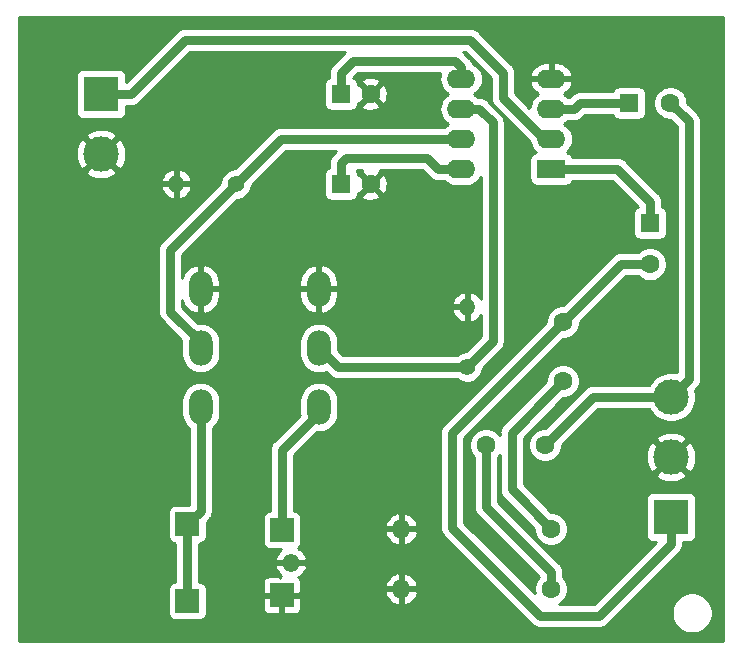
<source format=gbr>
G04 #@! TF.GenerationSoftware,KiCad,Pcbnew,(5.0.0)*
G04 #@! TF.CreationDate,2018-10-15T10:25:54+02:00*
G04 #@! TF.ProjectId,Amplificador_3W_TDA2822,416D706C6966696361646F725F33575F,rev?*
G04 #@! TF.SameCoordinates,Original*
G04 #@! TF.FileFunction,Copper,L2,Bot,Signal*
G04 #@! TF.FilePolarity,Positive*
%FSLAX46Y46*%
G04 Gerber Fmt 4.6, Leading zero omitted, Abs format (unit mm)*
G04 Created by KiCad (PCBNEW (5.0.0)) date 10/15/18 10:25:54*
%MOMM*%
%LPD*%
G01*
G04 APERTURE LIST*
G04 #@! TA.AperFunction,ComponentPad*
%ADD10R,1.600000X1.600000*%
G04 #@! TD*
G04 #@! TA.AperFunction,ComponentPad*
%ADD11C,1.600000*%
G04 #@! TD*
G04 #@! TA.AperFunction,ComponentPad*
%ADD12R,3.000000X3.000000*%
G04 #@! TD*
G04 #@! TA.AperFunction,ComponentPad*
%ADD13C,3.000000*%
G04 #@! TD*
G04 #@! TA.AperFunction,ComponentPad*
%ADD14R,2.000000X2.000000*%
G04 #@! TD*
G04 #@! TA.AperFunction,ComponentPad*
%ADD15O,1.500000X1.500000*%
G04 #@! TD*
G04 #@! TA.AperFunction,ComponentPad*
%ADD16C,1.400000*%
G04 #@! TD*
G04 #@! TA.AperFunction,ComponentPad*
%ADD17O,1.400000X1.400000*%
G04 #@! TD*
G04 #@! TA.AperFunction,ComponentPad*
%ADD18O,1.600000X1.600000*%
G04 #@! TD*
G04 #@! TA.AperFunction,ComponentPad*
%ADD19O,2.000000X3.000000*%
G04 #@! TD*
G04 #@! TA.AperFunction,ComponentPad*
%ADD20R,2.400000X1.600000*%
G04 #@! TD*
G04 #@! TA.AperFunction,ComponentPad*
%ADD21O,2.400000X1.600000*%
G04 #@! TD*
G04 #@! TA.AperFunction,Conductor*
%ADD22C,0.762000*%
G04 #@! TD*
G04 #@! TA.AperFunction,Conductor*
%ADD23C,1.524000*%
G04 #@! TD*
G04 #@! TA.AperFunction,Conductor*
%ADD24C,0.254000*%
G04 #@! TD*
G04 APERTURE END LIST*
D10*
G04 #@! TO.P,C1,1*
G04 #@! TO.N,IN-L(-)*
X138430000Y-76200000D03*
D11*
G04 #@! TO.P,C1,2*
G04 #@! TO.N,Earth*
X140930000Y-76200000D03*
G04 #@! TD*
D10*
G04 #@! TO.P,C2,1*
G04 #@! TO.N,IN-R(-)*
X138430000Y-68580000D03*
D11*
G04 #@! TO.P,C2,2*
G04 #@! TO.N,Earth*
X140930000Y-68580000D03*
G04 #@! TD*
D10*
G04 #@! TO.P,C3,1*
G04 #@! TO.N,OUT-L*
X164592000Y-79502000D03*
D11*
G04 #@! TO.P,C3,2*
G04 #@! TO.N,Net-(C3-Pad2)*
X164592000Y-83002000D03*
G04 #@! TD*
D10*
G04 #@! TO.P,C4,1*
G04 #@! TO.N,OUT-R*
X162814000Y-69342000D03*
D11*
G04 #@! TO.P,C4,2*
G04 #@! TO.N,Net-(C4-Pad2)*
X166314000Y-69342000D03*
G04 #@! TD*
G04 #@! TO.P,C5,1*
G04 #@! TO.N,Net-(C3-Pad2)*
X157226000Y-87884000D03*
G04 #@! TO.P,C5,2*
G04 #@! TO.N,Net-(C5-Pad2)*
X157226000Y-92884000D03*
G04 #@! TD*
G04 #@! TO.P,C6,1*
G04 #@! TO.N,Net-(C4-Pad2)*
X155702000Y-98298000D03*
G04 #@! TO.P,C6,2*
G04 #@! TO.N,Net-(C6-Pad2)*
X150702000Y-98298000D03*
G04 #@! TD*
D12*
G04 #@! TO.P,J1,1*
G04 #@! TO.N,+12V*
X118110000Y-68580000D03*
D13*
G04 #@! TO.P,J1,2*
G04 #@! TO.N,Earth*
X118110000Y-73660000D03*
G04 #@! TD*
D14*
G04 #@! TO.P,J2,S*
G04 #@! TO.N,Earth*
X133420000Y-111010000D03*
D15*
X134170000Y-108260000D03*
D14*
G04 #@! TO.P,J2,T*
G04 #@! TO.N,Net-(J2-PadT)*
X125420000Y-111510000D03*
G04 #@! TO.P,J2,R*
G04 #@! TO.N,Net-(J2-PadR)*
X133420000Y-105510000D03*
G04 #@! TO.P,J2,T*
G04 #@! TO.N,Net-(J2-PadT)*
X125420000Y-105010000D03*
G04 #@! TD*
D12*
G04 #@! TO.P,J3,1*
G04 #@! TO.N,Net-(C3-Pad2)*
X166370000Y-104394000D03*
D13*
G04 #@! TO.P,J3,2*
G04 #@! TO.N,Earth*
X166370000Y-99314000D03*
G04 #@! TO.P,J3,3*
G04 #@! TO.N,Net-(C4-Pad2)*
X166370000Y-94234000D03*
G04 #@! TD*
D16*
G04 #@! TO.P,R1,1*
G04 #@! TO.N,IN-L(+)*
X129540000Y-76200000D03*
D17*
G04 #@! TO.P,R1,2*
G04 #@! TO.N,Earth*
X124460000Y-76200000D03*
G04 #@! TD*
D16*
G04 #@! TO.P,R2,1*
G04 #@! TO.N,IN-R(+)*
X149098000Y-91694000D03*
D17*
G04 #@! TO.P,R2,2*
G04 #@! TO.N,Earth*
X149098000Y-86614000D03*
G04 #@! TD*
D11*
G04 #@! TO.P,R3,1*
G04 #@! TO.N,Net-(C5-Pad2)*
X156210000Y-105410000D03*
D18*
G04 #@! TO.P,R3,2*
G04 #@! TO.N,Earth*
X143510000Y-105410000D03*
G04 #@! TD*
D11*
G04 #@! TO.P,R4,1*
G04 #@! TO.N,Net-(C6-Pad2)*
X156210000Y-110490000D03*
D18*
G04 #@! TO.P,R4,2*
G04 #@! TO.N,Earth*
X143510000Y-110490000D03*
G04 #@! TD*
D19*
G04 #@! TO.P,RV1,1*
G04 #@! TO.N,Net-(J2-PadT)*
X126540000Y-95090000D03*
G04 #@! TO.P,RV1,2*
G04 #@! TO.N,IN-L(+)*
X126540000Y-90090000D03*
G04 #@! TO.P,RV1,3*
G04 #@! TO.N,Earth*
X126540000Y-85090000D03*
G04 #@! TO.P,RV1,4*
G04 #@! TO.N,Net-(J2-PadR)*
X136540000Y-95090000D03*
G04 #@! TO.P,RV1,5*
G04 #@! TO.N,IN-R(+)*
X136540000Y-90090000D03*
G04 #@! TO.P,RV1,6*
G04 #@! TO.N,Earth*
X136540000Y-85090000D03*
G04 #@! TD*
D20*
G04 #@! TO.P,U1,1*
G04 #@! TO.N,OUT-L*
X156210000Y-74930000D03*
D21*
G04 #@! TO.P,U1,5*
G04 #@! TO.N,IN-R(-)*
X148590000Y-67310000D03*
G04 #@! TO.P,U1,2*
G04 #@! TO.N,+12V*
X156210000Y-72390000D03*
G04 #@! TO.P,U1,6*
G04 #@! TO.N,IN-R(+)*
X148590000Y-69850000D03*
G04 #@! TO.P,U1,3*
G04 #@! TO.N,OUT-R*
X156210000Y-69850000D03*
G04 #@! TO.P,U1,7*
G04 #@! TO.N,IN-L(+)*
X148590000Y-72390000D03*
G04 #@! TO.P,U1,4*
G04 #@! TO.N,Earth*
X156210000Y-67310000D03*
G04 #@! TO.P,U1,8*
G04 #@! TO.N,IN-L(-)*
X148590000Y-74930000D03*
G04 #@! TD*
D22*
G04 #@! TO.N,IN-L(-)*
X146628000Y-74930000D02*
X148590000Y-74930000D01*
X145738999Y-74040999D02*
X146628000Y-74930000D01*
X138811001Y-74040999D02*
X145738999Y-74040999D01*
X138430000Y-74422000D02*
X138811001Y-74040999D01*
X138430000Y-76200000D02*
X138430000Y-74422000D01*
G04 #@! TO.N,IN-R(-)*
X148590000Y-66294000D02*
X148590000Y-67310000D01*
X148082000Y-65786000D02*
X148590000Y-66294000D01*
X139446000Y-65786000D02*
X148082000Y-65786000D01*
X138430000Y-68580000D02*
X138430000Y-66802000D01*
X138430000Y-66802000D02*
X139446000Y-65786000D01*
G04 #@! TO.N,Net-(C3-Pad2)*
X162108000Y-83002000D02*
X157226000Y-87884000D01*
X164592000Y-83002000D02*
X162108000Y-83002000D01*
X166370000Y-106656000D02*
X160250000Y-112776000D01*
X166370000Y-104394000D02*
X166370000Y-106656000D01*
X155300678Y-112776000D02*
X147828000Y-105303322D01*
X160250000Y-112776000D02*
X155300678Y-112776000D01*
X147828000Y-97282000D02*
X157226000Y-87884000D01*
X147828000Y-105303322D02*
X147828000Y-97282000D01*
G04 #@! TO.N,OUT-L*
X164592000Y-77724000D02*
X164592000Y-79502000D01*
X161798000Y-74930000D02*
X164592000Y-77724000D01*
X156210000Y-74930000D02*
X161798000Y-74930000D01*
G04 #@! TO.N,OUT-R*
X158172000Y-69850000D02*
X158680000Y-69342000D01*
X156210000Y-69850000D02*
X158172000Y-69850000D01*
X158680000Y-69342000D02*
X162814000Y-69342000D01*
G04 #@! TO.N,Net-(C4-Pad2)*
X167869999Y-92734001D02*
X166370000Y-94234000D01*
X167869999Y-70897999D02*
X167869999Y-92734001D01*
X166314000Y-69342000D02*
X167869999Y-70897999D01*
X159766000Y-94234000D02*
X166370000Y-94234000D01*
X155702000Y-98298000D02*
X159766000Y-94234000D01*
G04 #@! TO.N,Net-(C5-Pad2)*
X156210001Y-93899999D02*
X157226000Y-92884000D01*
X152861001Y-97248999D02*
X156210001Y-93899999D01*
X152861001Y-102061001D02*
X152861001Y-97248999D01*
X156210000Y-105410000D02*
X152861001Y-102061001D01*
G04 #@! TO.N,Net-(C6-Pad2)*
X150702000Y-99734840D02*
X150702000Y-98298000D01*
X150702000Y-103545160D02*
X150702000Y-99734840D01*
X156210000Y-109053160D02*
X150702000Y-103545160D01*
X156210000Y-110490000D02*
X156210000Y-109053160D01*
D23*
G04 #@! TO.N,+12V*
X156171990Y-72428010D02*
X156210000Y-72390000D01*
D22*
X155602169Y-72390000D02*
X152146000Y-68933831D01*
X152146000Y-68933831D02*
X152146000Y-66802000D01*
X152146000Y-66802000D02*
X149352000Y-64008000D01*
X149352000Y-64008000D02*
X125222000Y-64008000D01*
X156210000Y-72390000D02*
X155602169Y-72390000D01*
X125222000Y-64008000D02*
X120650000Y-68580000D01*
X120650000Y-68580000D02*
X118110000Y-68580000D01*
G04 #@! TO.N,Net-(J2-PadT)*
X126540000Y-103890000D02*
X125420000Y-105010000D01*
X126540000Y-95090000D02*
X126540000Y-103890000D01*
X125420000Y-111510000D02*
X125420000Y-105010000D01*
G04 #@! TO.N,Net-(J2-PadR)*
X136540000Y-95590000D02*
X136540000Y-95090000D01*
X133420000Y-98710000D02*
X136540000Y-95590000D01*
X133420000Y-105510000D02*
X133420000Y-98710000D01*
G04 #@! TO.N,IN-L(+)*
X133350000Y-72390000D02*
X148590000Y-72390000D01*
X129540000Y-76200000D02*
X133350000Y-72390000D01*
X129540000Y-76200000D02*
X123952000Y-81788000D01*
X126540000Y-89590000D02*
X126540000Y-90090000D01*
X123952000Y-87002000D02*
X126540000Y-89590000D01*
X123952000Y-81788000D02*
X123952000Y-87002000D01*
G04 #@! TO.N,IN-R(+)*
X150113999Y-90678001D02*
X149098000Y-91694000D01*
X151257001Y-89534999D02*
X150113999Y-90678001D01*
X151257001Y-70993001D02*
X151257001Y-89534999D01*
X150114000Y-69850000D02*
X151257001Y-70993001D01*
X148590000Y-69850000D02*
X150114000Y-69850000D01*
X138144000Y-91694000D02*
X136540000Y-90090000D01*
X149098000Y-91694000D02*
X138144000Y-91694000D01*
G04 #@! TD*
D24*
G04 #@! TO.N,Earth*
G36*
X170765001Y-114885000D02*
X111175000Y-114885000D01*
X111175000Y-104010000D01*
X123781928Y-104010000D01*
X123781928Y-106010000D01*
X123794188Y-106134482D01*
X123830498Y-106254180D01*
X123889463Y-106364494D01*
X123968815Y-106461185D01*
X124065506Y-106540537D01*
X124175820Y-106599502D01*
X124295518Y-106635812D01*
X124404001Y-106646496D01*
X124404000Y-109873504D01*
X124295518Y-109884188D01*
X124175820Y-109920498D01*
X124065506Y-109979463D01*
X123968815Y-110058815D01*
X123889463Y-110155506D01*
X123830498Y-110265820D01*
X123794188Y-110385518D01*
X123781928Y-110510000D01*
X123781928Y-112510000D01*
X123794188Y-112634482D01*
X123830498Y-112754180D01*
X123889463Y-112864494D01*
X123968815Y-112961185D01*
X124065506Y-113040537D01*
X124175820Y-113099502D01*
X124295518Y-113135812D01*
X124420000Y-113148072D01*
X126420000Y-113148072D01*
X126544482Y-113135812D01*
X126664180Y-113099502D01*
X126774494Y-113040537D01*
X126871185Y-112961185D01*
X126950537Y-112864494D01*
X127009502Y-112754180D01*
X127045812Y-112634482D01*
X127058072Y-112510000D01*
X127058072Y-111295750D01*
X131785000Y-111295750D01*
X131785000Y-112072542D01*
X131809403Y-112195223D01*
X131857270Y-112310785D01*
X131926763Y-112414789D01*
X132015211Y-112503237D01*
X132119215Y-112572730D01*
X132234777Y-112620597D01*
X132357458Y-112645000D01*
X133134250Y-112645000D01*
X133293000Y-112486250D01*
X133293000Y-111137000D01*
X133547000Y-111137000D01*
X133547000Y-112486250D01*
X133705750Y-112645000D01*
X134482542Y-112645000D01*
X134605223Y-112620597D01*
X134720785Y-112572730D01*
X134824789Y-112503237D01*
X134913237Y-112414789D01*
X134982730Y-112310785D01*
X135030597Y-112195223D01*
X135055000Y-112072542D01*
X135055000Y-111295750D01*
X134896250Y-111137000D01*
X133547000Y-111137000D01*
X133293000Y-111137000D01*
X131943750Y-111137000D01*
X131785000Y-111295750D01*
X127058072Y-111295750D01*
X127058072Y-110510000D01*
X127045812Y-110385518D01*
X127009502Y-110265820D01*
X126950537Y-110155506D01*
X126871185Y-110058815D01*
X126774494Y-109979463D01*
X126714618Y-109947458D01*
X131785000Y-109947458D01*
X131785000Y-110724250D01*
X131943750Y-110883000D01*
X133293000Y-110883000D01*
X133293000Y-110863000D01*
X133547000Y-110863000D01*
X133547000Y-110883000D01*
X134896250Y-110883000D01*
X134940211Y-110839039D01*
X142118096Y-110839039D01*
X142158754Y-110973087D01*
X142278963Y-111227420D01*
X142446481Y-111453414D01*
X142654869Y-111642385D01*
X142896119Y-111787070D01*
X143160960Y-111881909D01*
X143383000Y-111760624D01*
X143383000Y-110617000D01*
X143637000Y-110617000D01*
X143637000Y-111760624D01*
X143859040Y-111881909D01*
X144123881Y-111787070D01*
X144365131Y-111642385D01*
X144573519Y-111453414D01*
X144741037Y-111227420D01*
X144861246Y-110973087D01*
X144901904Y-110839039D01*
X144779915Y-110617000D01*
X143637000Y-110617000D01*
X143383000Y-110617000D01*
X142240085Y-110617000D01*
X142118096Y-110839039D01*
X134940211Y-110839039D01*
X135055000Y-110724250D01*
X135055000Y-110140961D01*
X142118096Y-110140961D01*
X142240085Y-110363000D01*
X143383000Y-110363000D01*
X143383000Y-109219376D01*
X143637000Y-109219376D01*
X143637000Y-110363000D01*
X144779915Y-110363000D01*
X144901904Y-110140961D01*
X144861246Y-110006913D01*
X144741037Y-109752580D01*
X144573519Y-109526586D01*
X144365131Y-109337615D01*
X144123881Y-109192930D01*
X143859040Y-109098091D01*
X143637000Y-109219376D01*
X143383000Y-109219376D01*
X143160960Y-109098091D01*
X142896119Y-109192930D01*
X142654869Y-109337615D01*
X142446481Y-109526586D01*
X142278963Y-109752580D01*
X142158754Y-110006913D01*
X142118096Y-110140961D01*
X135055000Y-110140961D01*
X135055000Y-109947458D01*
X135030597Y-109824777D01*
X134982730Y-109709215D01*
X134913237Y-109605211D01*
X134824789Y-109516763D01*
X134788337Y-109492406D01*
X134877912Y-109450420D01*
X135096549Y-109289440D01*
X135279579Y-109088899D01*
X135419969Y-108856504D01*
X135512323Y-108601186D01*
X135390420Y-108387000D01*
X134297000Y-108387000D01*
X134297000Y-108407000D01*
X134043000Y-108407000D01*
X134043000Y-108387000D01*
X132949580Y-108387000D01*
X132827677Y-108601186D01*
X132920031Y-108856504D01*
X133060421Y-109088899D01*
X133243451Y-109289440D01*
X133359655Y-109375000D01*
X133292998Y-109375000D01*
X133292998Y-109533748D01*
X133134250Y-109375000D01*
X132357458Y-109375000D01*
X132234777Y-109399403D01*
X132119215Y-109447270D01*
X132015211Y-109516763D01*
X131926763Y-109605211D01*
X131857270Y-109709215D01*
X131809403Y-109824777D01*
X131785000Y-109947458D01*
X126714618Y-109947458D01*
X126664180Y-109920498D01*
X126544482Y-109884188D01*
X126436000Y-109873504D01*
X126436000Y-106646496D01*
X126544482Y-106635812D01*
X126664180Y-106599502D01*
X126774494Y-106540537D01*
X126871185Y-106461185D01*
X126950537Y-106364494D01*
X127009502Y-106254180D01*
X127045812Y-106134482D01*
X127058072Y-106010000D01*
X127058072Y-104808769D01*
X127223133Y-104643708D01*
X127261896Y-104611896D01*
X127345519Y-104510000D01*
X131781928Y-104510000D01*
X131781928Y-106510000D01*
X131794188Y-106634482D01*
X131830498Y-106754180D01*
X131889463Y-106864494D01*
X131968815Y-106961185D01*
X132065506Y-107040537D01*
X132175820Y-107099502D01*
X132295518Y-107135812D01*
X132420000Y-107148072D01*
X133355483Y-107148072D01*
X133243451Y-107230560D01*
X133060421Y-107431101D01*
X132920031Y-107663496D01*
X132827677Y-107918814D01*
X132949580Y-108133000D01*
X134043000Y-108133000D01*
X134043000Y-108113000D01*
X134297000Y-108113000D01*
X134297000Y-108133000D01*
X135390420Y-108133000D01*
X135512323Y-107918814D01*
X135419969Y-107663496D01*
X135279579Y-107431101D01*
X135096549Y-107230560D01*
X134877912Y-107069580D01*
X134789564Y-107028169D01*
X134871185Y-106961185D01*
X134950537Y-106864494D01*
X135009502Y-106754180D01*
X135045812Y-106634482D01*
X135058072Y-106510000D01*
X135058072Y-105759039D01*
X142118096Y-105759039D01*
X142158754Y-105893087D01*
X142278963Y-106147420D01*
X142446481Y-106373414D01*
X142654869Y-106562385D01*
X142896119Y-106707070D01*
X143160960Y-106801909D01*
X143383000Y-106680624D01*
X143383000Y-105537000D01*
X143637000Y-105537000D01*
X143637000Y-106680624D01*
X143859040Y-106801909D01*
X144123881Y-106707070D01*
X144365131Y-106562385D01*
X144573519Y-106373414D01*
X144741037Y-106147420D01*
X144861246Y-105893087D01*
X144901904Y-105759039D01*
X144779915Y-105537000D01*
X143637000Y-105537000D01*
X143383000Y-105537000D01*
X142240085Y-105537000D01*
X142118096Y-105759039D01*
X135058072Y-105759039D01*
X135058072Y-105060961D01*
X142118096Y-105060961D01*
X142240085Y-105283000D01*
X143383000Y-105283000D01*
X143383000Y-104139376D01*
X143637000Y-104139376D01*
X143637000Y-105283000D01*
X144779915Y-105283000D01*
X144901904Y-105060961D01*
X144861246Y-104926913D01*
X144741037Y-104672580D01*
X144573519Y-104446586D01*
X144365131Y-104257615D01*
X144123881Y-104112930D01*
X143859040Y-104018091D01*
X143637000Y-104139376D01*
X143383000Y-104139376D01*
X143160960Y-104018091D01*
X142896119Y-104112930D01*
X142654869Y-104257615D01*
X142446481Y-104446586D01*
X142278963Y-104672580D01*
X142158754Y-104926913D01*
X142118096Y-105060961D01*
X135058072Y-105060961D01*
X135058072Y-104510000D01*
X135045812Y-104385518D01*
X135009502Y-104265820D01*
X134950537Y-104155506D01*
X134871185Y-104058815D01*
X134774494Y-103979463D01*
X134664180Y-103920498D01*
X134544482Y-103884188D01*
X134436000Y-103873504D01*
X134436000Y-99130840D01*
X136284840Y-97282000D01*
X146807085Y-97282000D01*
X146812001Y-97331912D01*
X146812000Y-105253420D01*
X146807085Y-105303322D01*
X146812000Y-105353223D01*
X146826702Y-105502492D01*
X146884798Y-105694008D01*
X146979140Y-105870512D01*
X147106104Y-106025218D01*
X147144872Y-106057034D01*
X154546970Y-113459133D01*
X154578782Y-113497896D01*
X154617543Y-113529706D01*
X154733488Y-113624860D01*
X154909991Y-113719202D01*
X155101507Y-113777298D01*
X155300678Y-113796915D01*
X155350580Y-113792000D01*
X160200098Y-113792000D01*
X160250000Y-113796915D01*
X160299902Y-113792000D01*
X160449171Y-113777298D01*
X160640687Y-113719202D01*
X160817190Y-113624860D01*
X160971896Y-113497896D01*
X161003712Y-113459128D01*
X162111723Y-112351117D01*
X166413000Y-112351117D01*
X166413000Y-112692883D01*
X166479675Y-113028081D01*
X166610463Y-113343831D01*
X166800337Y-113627998D01*
X167042002Y-113869663D01*
X167326169Y-114059537D01*
X167641919Y-114190325D01*
X167977117Y-114257000D01*
X168318883Y-114257000D01*
X168654081Y-114190325D01*
X168969831Y-114059537D01*
X169253998Y-113869663D01*
X169495663Y-113627998D01*
X169685537Y-113343831D01*
X169816325Y-113028081D01*
X169883000Y-112692883D01*
X169883000Y-112351117D01*
X169816325Y-112015919D01*
X169685537Y-111700169D01*
X169495663Y-111416002D01*
X169253998Y-111174337D01*
X168969831Y-110984463D01*
X168654081Y-110853675D01*
X168318883Y-110787000D01*
X167977117Y-110787000D01*
X167641919Y-110853675D01*
X167326169Y-110984463D01*
X167042002Y-111174337D01*
X166800337Y-111416002D01*
X166610463Y-111700169D01*
X166479675Y-112015919D01*
X166413000Y-112351117D01*
X162111723Y-112351117D01*
X167053133Y-107409708D01*
X167091896Y-107377896D01*
X167218860Y-107223190D01*
X167313202Y-107046687D01*
X167371298Y-106855171D01*
X167386000Y-106705902D01*
X167390915Y-106656001D01*
X167386000Y-106606099D01*
X167386000Y-106532072D01*
X167870000Y-106532072D01*
X167994482Y-106519812D01*
X168114180Y-106483502D01*
X168224494Y-106424537D01*
X168321185Y-106345185D01*
X168400537Y-106248494D01*
X168459502Y-106138180D01*
X168495812Y-106018482D01*
X168508072Y-105894000D01*
X168508072Y-102894000D01*
X168495812Y-102769518D01*
X168459502Y-102649820D01*
X168400537Y-102539506D01*
X168321185Y-102442815D01*
X168224494Y-102363463D01*
X168114180Y-102304498D01*
X167994482Y-102268188D01*
X167870000Y-102255928D01*
X164870000Y-102255928D01*
X164745518Y-102268188D01*
X164625820Y-102304498D01*
X164515506Y-102363463D01*
X164418815Y-102442815D01*
X164339463Y-102539506D01*
X164280498Y-102649820D01*
X164244188Y-102769518D01*
X164231928Y-102894000D01*
X164231928Y-105894000D01*
X164244188Y-106018482D01*
X164280498Y-106138180D01*
X164339463Y-106248494D01*
X164418815Y-106345185D01*
X164515506Y-106424537D01*
X164625820Y-106483502D01*
X164745518Y-106519812D01*
X164870000Y-106532072D01*
X165057087Y-106532072D01*
X159829160Y-111760000D01*
X156892241Y-111760000D01*
X157124759Y-111604637D01*
X157324637Y-111404759D01*
X157481680Y-111169727D01*
X157589853Y-110908574D01*
X157645000Y-110631335D01*
X157645000Y-110348665D01*
X157589853Y-110071426D01*
X157481680Y-109810273D01*
X157324637Y-109575241D01*
X157226000Y-109476604D01*
X157226000Y-109103053D01*
X157230914Y-109053159D01*
X157226000Y-109003265D01*
X157226000Y-109003258D01*
X157211298Y-108853989D01*
X157153202Y-108662473D01*
X157058860Y-108485970D01*
X156931896Y-108331264D01*
X156893133Y-108299452D01*
X151718000Y-103124320D01*
X151718000Y-99311396D01*
X151816637Y-99212759D01*
X151845002Y-99170308D01*
X151845001Y-102011099D01*
X151840086Y-102061001D01*
X151845001Y-102110902D01*
X151859703Y-102260171D01*
X151917799Y-102451687D01*
X152012141Y-102628191D01*
X152139105Y-102782897D01*
X152177873Y-102814713D01*
X154775000Y-105411841D01*
X154775000Y-105551335D01*
X154830147Y-105828574D01*
X154938320Y-106089727D01*
X155095363Y-106324759D01*
X155295241Y-106524637D01*
X155530273Y-106681680D01*
X155791426Y-106789853D01*
X156068665Y-106845000D01*
X156351335Y-106845000D01*
X156628574Y-106789853D01*
X156889727Y-106681680D01*
X157124759Y-106524637D01*
X157324637Y-106324759D01*
X157481680Y-106089727D01*
X157589853Y-105828574D01*
X157645000Y-105551335D01*
X157645000Y-105268665D01*
X157589853Y-104991426D01*
X157481680Y-104730273D01*
X157324637Y-104495241D01*
X157124759Y-104295363D01*
X156889727Y-104138320D01*
X156628574Y-104030147D01*
X156351335Y-103975000D01*
X156211841Y-103975000D01*
X153877001Y-101640161D01*
X153877001Y-100805653D01*
X165057952Y-100805653D01*
X165213962Y-101121214D01*
X165588745Y-101312020D01*
X165993551Y-101426044D01*
X166412824Y-101458902D01*
X166830451Y-101409334D01*
X167230383Y-101279243D01*
X167526038Y-101121214D01*
X167682048Y-100805653D01*
X166370000Y-99493605D01*
X165057952Y-100805653D01*
X153877001Y-100805653D01*
X153877001Y-98156665D01*
X154267000Y-98156665D01*
X154267000Y-98439335D01*
X154322147Y-98716574D01*
X154430320Y-98977727D01*
X154587363Y-99212759D01*
X154787241Y-99412637D01*
X155022273Y-99569680D01*
X155283426Y-99677853D01*
X155560665Y-99733000D01*
X155843335Y-99733000D01*
X156120574Y-99677853D01*
X156381727Y-99569680D01*
X156616759Y-99412637D01*
X156672572Y-99356824D01*
X164225098Y-99356824D01*
X164274666Y-99774451D01*
X164404757Y-100174383D01*
X164562786Y-100470038D01*
X164878347Y-100626048D01*
X166190395Y-99314000D01*
X166549605Y-99314000D01*
X167861653Y-100626048D01*
X168177214Y-100470038D01*
X168368020Y-100095255D01*
X168482044Y-99690449D01*
X168514902Y-99271176D01*
X168465334Y-98853549D01*
X168335243Y-98453617D01*
X168177214Y-98157962D01*
X167861653Y-98001952D01*
X166549605Y-99314000D01*
X166190395Y-99314000D01*
X164878347Y-98001952D01*
X164562786Y-98157962D01*
X164371980Y-98532745D01*
X164257956Y-98937551D01*
X164225098Y-99356824D01*
X156672572Y-99356824D01*
X156816637Y-99212759D01*
X156973680Y-98977727D01*
X157081853Y-98716574D01*
X157137000Y-98439335D01*
X157137000Y-98299840D01*
X157614493Y-97822347D01*
X165057952Y-97822347D01*
X166370000Y-99134395D01*
X167682048Y-97822347D01*
X167526038Y-97506786D01*
X167151255Y-97315980D01*
X166746449Y-97201956D01*
X166327176Y-97169098D01*
X165909549Y-97218666D01*
X165509617Y-97348757D01*
X165213962Y-97506786D01*
X165057952Y-97822347D01*
X157614493Y-97822347D01*
X160186841Y-95250000D01*
X164481127Y-95250000D01*
X164711637Y-95594983D01*
X165009017Y-95892363D01*
X165358698Y-96126012D01*
X165747244Y-96286953D01*
X166159721Y-96369000D01*
X166580279Y-96369000D01*
X166992756Y-96286953D01*
X167381302Y-96126012D01*
X167730983Y-95892363D01*
X168028363Y-95594983D01*
X168262012Y-95245302D01*
X168422953Y-94856756D01*
X168505000Y-94444279D01*
X168505000Y-94023721D01*
X168424055Y-93616786D01*
X168553132Y-93487709D01*
X168591895Y-93455897D01*
X168718859Y-93301191D01*
X168801653Y-93146293D01*
X168813201Y-93124689D01*
X168871297Y-92933172D01*
X168890914Y-92734001D01*
X168885999Y-92684099D01*
X168885999Y-70947901D01*
X168890914Y-70897999D01*
X168871297Y-70698828D01*
X168813201Y-70507311D01*
X168765030Y-70417190D01*
X168718859Y-70330809D01*
X168591895Y-70176103D01*
X168553132Y-70144291D01*
X167749000Y-69340160D01*
X167749000Y-69200665D01*
X167693853Y-68923426D01*
X167585680Y-68662273D01*
X167428637Y-68427241D01*
X167228759Y-68227363D01*
X166993727Y-68070320D01*
X166732574Y-67962147D01*
X166455335Y-67907000D01*
X166172665Y-67907000D01*
X165895426Y-67962147D01*
X165634273Y-68070320D01*
X165399241Y-68227363D01*
X165199363Y-68427241D01*
X165042320Y-68662273D01*
X164934147Y-68923426D01*
X164879000Y-69200665D01*
X164879000Y-69483335D01*
X164934147Y-69760574D01*
X165042320Y-70021727D01*
X165199363Y-70256759D01*
X165399241Y-70456637D01*
X165634273Y-70613680D01*
X165895426Y-70721853D01*
X166172665Y-70777000D01*
X166312160Y-70777000D01*
X166853999Y-71318840D01*
X166854000Y-92153447D01*
X166580279Y-92099000D01*
X166159721Y-92099000D01*
X165747244Y-92181047D01*
X165358698Y-92341988D01*
X165009017Y-92575637D01*
X164711637Y-92873017D01*
X164481127Y-93218000D01*
X159815902Y-93218000D01*
X159766000Y-93213085D01*
X159566829Y-93232702D01*
X159375312Y-93290798D01*
X159353281Y-93302574D01*
X159198810Y-93385140D01*
X159044104Y-93512104D01*
X159012293Y-93550866D01*
X155700160Y-96863000D01*
X155560665Y-96863000D01*
X155283426Y-96918147D01*
X155022273Y-97026320D01*
X154787241Y-97183363D01*
X154587363Y-97383241D01*
X154430320Y-97618273D01*
X154322147Y-97879426D01*
X154267000Y-98156665D01*
X153877001Y-98156665D01*
X153877001Y-97669839D01*
X156963707Y-94583134D01*
X156963711Y-94583129D01*
X157227840Y-94319000D01*
X157367335Y-94319000D01*
X157644574Y-94263853D01*
X157905727Y-94155680D01*
X158140759Y-93998637D01*
X158340637Y-93798759D01*
X158497680Y-93563727D01*
X158605853Y-93302574D01*
X158661000Y-93025335D01*
X158661000Y-92742665D01*
X158605853Y-92465426D01*
X158497680Y-92204273D01*
X158340637Y-91969241D01*
X158140759Y-91769363D01*
X157905727Y-91612320D01*
X157644574Y-91504147D01*
X157367335Y-91449000D01*
X157084665Y-91449000D01*
X156807426Y-91504147D01*
X156546273Y-91612320D01*
X156311241Y-91769363D01*
X156111363Y-91969241D01*
X155954320Y-92204273D01*
X155846147Y-92465426D01*
X155791000Y-92742665D01*
X155791000Y-92882160D01*
X155526871Y-93146289D01*
X155526866Y-93146293D01*
X152177869Y-96495291D01*
X152139106Y-96527103D01*
X152012142Y-96681809D01*
X151917800Y-96858312D01*
X151859703Y-97049829D01*
X151840086Y-97248999D01*
X151845002Y-97298911D01*
X151845002Y-97425692D01*
X151816637Y-97383241D01*
X151616759Y-97183363D01*
X151381727Y-97026320D01*
X151120574Y-96918147D01*
X150843335Y-96863000D01*
X150560665Y-96863000D01*
X150283426Y-96918147D01*
X150022273Y-97026320D01*
X149787241Y-97183363D01*
X149587363Y-97383241D01*
X149430320Y-97618273D01*
X149322147Y-97879426D01*
X149267000Y-98156665D01*
X149267000Y-98439335D01*
X149322147Y-98716574D01*
X149430320Y-98977727D01*
X149587363Y-99212759D01*
X149686000Y-99311396D01*
X149686000Y-99784741D01*
X149686001Y-99784751D01*
X149686000Y-103495258D01*
X149681085Y-103545160D01*
X149686000Y-103595061D01*
X149700702Y-103744330D01*
X149758798Y-103935846D01*
X149853140Y-104112350D01*
X149980104Y-104267056D01*
X150018872Y-104298872D01*
X155194001Y-109474002D01*
X155194001Y-109476603D01*
X155095363Y-109575241D01*
X154938320Y-109810273D01*
X154830147Y-110071426D01*
X154775000Y-110348665D01*
X154775000Y-110631335D01*
X154820228Y-110858709D01*
X148844000Y-104882482D01*
X148844000Y-97702840D01*
X157227841Y-89319000D01*
X157367335Y-89319000D01*
X157644574Y-89263853D01*
X157905727Y-89155680D01*
X158140759Y-88998637D01*
X158340637Y-88798759D01*
X158497680Y-88563727D01*
X158605853Y-88302574D01*
X158661000Y-88025335D01*
X158661000Y-87885840D01*
X162528841Y-84018000D01*
X163578604Y-84018000D01*
X163677241Y-84116637D01*
X163912273Y-84273680D01*
X164173426Y-84381853D01*
X164450665Y-84437000D01*
X164733335Y-84437000D01*
X165010574Y-84381853D01*
X165271727Y-84273680D01*
X165506759Y-84116637D01*
X165706637Y-83916759D01*
X165863680Y-83681727D01*
X165971853Y-83420574D01*
X166027000Y-83143335D01*
X166027000Y-82860665D01*
X165971853Y-82583426D01*
X165863680Y-82322273D01*
X165706637Y-82087241D01*
X165506759Y-81887363D01*
X165271727Y-81730320D01*
X165010574Y-81622147D01*
X164733335Y-81567000D01*
X164450665Y-81567000D01*
X164173426Y-81622147D01*
X163912273Y-81730320D01*
X163677241Y-81887363D01*
X163578604Y-81986000D01*
X162157902Y-81986000D01*
X162108000Y-81981085D01*
X162058098Y-81986000D01*
X161908829Y-82000702D01*
X161717313Y-82058798D01*
X161540810Y-82153140D01*
X161386104Y-82280104D01*
X161354292Y-82318867D01*
X157224160Y-86449000D01*
X157084665Y-86449000D01*
X156807426Y-86504147D01*
X156546273Y-86612320D01*
X156311241Y-86769363D01*
X156111363Y-86969241D01*
X155954320Y-87204273D01*
X155846147Y-87465426D01*
X155791000Y-87742665D01*
X155791000Y-87882159D01*
X147144868Y-96528292D01*
X147106105Y-96560104D01*
X146979141Y-96714810D01*
X146884799Y-96891313D01*
X146826702Y-97082830D01*
X146807085Y-97282000D01*
X136284840Y-97282000D01*
X136352406Y-97214435D01*
X136540000Y-97232911D01*
X136860515Y-97201343D01*
X137168714Y-97107852D01*
X137452751Y-96956031D01*
X137701714Y-96751714D01*
X137906031Y-96502752D01*
X138057852Y-96218715D01*
X138151343Y-95910516D01*
X138175000Y-95670322D01*
X138175000Y-94509678D01*
X138151343Y-94269484D01*
X138057852Y-93961285D01*
X137906031Y-93677248D01*
X137701714Y-93428286D01*
X137452752Y-93223969D01*
X137168715Y-93072148D01*
X136860516Y-92978657D01*
X136540000Y-92947089D01*
X136219485Y-92978657D01*
X135911286Y-93072148D01*
X135627249Y-93223969D01*
X135378287Y-93428286D01*
X135173970Y-93677248D01*
X135022148Y-93961285D01*
X134928657Y-94269484D01*
X134905000Y-94509678D01*
X134905000Y-95670321D01*
X134915565Y-95777594D01*
X132736868Y-97956292D01*
X132698105Y-97988104D01*
X132571141Y-98142810D01*
X132514864Y-98248098D01*
X132476799Y-98319313D01*
X132418702Y-98510830D01*
X132399085Y-98710000D01*
X132404001Y-98759912D01*
X132404000Y-103873504D01*
X132295518Y-103884188D01*
X132175820Y-103920498D01*
X132065506Y-103979463D01*
X131968815Y-104058815D01*
X131889463Y-104155506D01*
X131830498Y-104265820D01*
X131794188Y-104385518D01*
X131781928Y-104510000D01*
X127345519Y-104510000D01*
X127388860Y-104457190D01*
X127483202Y-104280687D01*
X127541298Y-104089171D01*
X127556000Y-103939902D01*
X127556000Y-103939895D01*
X127560914Y-103890001D01*
X127556000Y-103840107D01*
X127556000Y-96871297D01*
X127701714Y-96751714D01*
X127906031Y-96502752D01*
X128057852Y-96218715D01*
X128151343Y-95910516D01*
X128175000Y-95670322D01*
X128175000Y-94509678D01*
X128151343Y-94269484D01*
X128057852Y-93961285D01*
X127906031Y-93677248D01*
X127701714Y-93428286D01*
X127452752Y-93223969D01*
X127168715Y-93072148D01*
X126860516Y-92978657D01*
X126540000Y-92947089D01*
X126219485Y-92978657D01*
X125911286Y-93072148D01*
X125627249Y-93223969D01*
X125378287Y-93428286D01*
X125173970Y-93677248D01*
X125022148Y-93961285D01*
X124928657Y-94269484D01*
X124905000Y-94509678D01*
X124905000Y-95670321D01*
X124928657Y-95910515D01*
X125022148Y-96218714D01*
X125173969Y-96502751D01*
X125378286Y-96751714D01*
X125524000Y-96871298D01*
X125524001Y-103371928D01*
X124420000Y-103371928D01*
X124295518Y-103384188D01*
X124175820Y-103420498D01*
X124065506Y-103479463D01*
X123968815Y-103558815D01*
X123889463Y-103655506D01*
X123830498Y-103765820D01*
X123794188Y-103885518D01*
X123781928Y-104010000D01*
X111175000Y-104010000D01*
X111175000Y-76533329D01*
X123167284Y-76533329D01*
X123199953Y-76641044D01*
X123310208Y-76878392D01*
X123464649Y-77089670D01*
X123657340Y-77266759D01*
X123880877Y-77402853D01*
X124126670Y-77492722D01*
X124333000Y-77370201D01*
X124333000Y-76327000D01*
X124587000Y-76327000D01*
X124587000Y-77370201D01*
X124793330Y-77492722D01*
X125039123Y-77402853D01*
X125262660Y-77266759D01*
X125455351Y-77089670D01*
X125609792Y-76878392D01*
X125720047Y-76641044D01*
X125752716Y-76533329D01*
X125629374Y-76327000D01*
X124587000Y-76327000D01*
X124333000Y-76327000D01*
X123290626Y-76327000D01*
X123167284Y-76533329D01*
X111175000Y-76533329D01*
X111175000Y-75866671D01*
X123167284Y-75866671D01*
X123290626Y-76073000D01*
X124333000Y-76073000D01*
X124333000Y-75029799D01*
X124587000Y-75029799D01*
X124587000Y-76073000D01*
X125629374Y-76073000D01*
X125752716Y-75866671D01*
X125720047Y-75758956D01*
X125609792Y-75521608D01*
X125455351Y-75310330D01*
X125262660Y-75133241D01*
X125039123Y-74997147D01*
X124793330Y-74907278D01*
X124587000Y-75029799D01*
X124333000Y-75029799D01*
X124126670Y-74907278D01*
X123880877Y-74997147D01*
X123657340Y-75133241D01*
X123464649Y-75310330D01*
X123310208Y-75521608D01*
X123199953Y-75758956D01*
X123167284Y-75866671D01*
X111175000Y-75866671D01*
X111175000Y-75151653D01*
X116797952Y-75151653D01*
X116953962Y-75467214D01*
X117328745Y-75658020D01*
X117733551Y-75772044D01*
X118152824Y-75804902D01*
X118570451Y-75755334D01*
X118970383Y-75625243D01*
X119266038Y-75467214D01*
X119422048Y-75151653D01*
X118110000Y-73839605D01*
X116797952Y-75151653D01*
X111175000Y-75151653D01*
X111175000Y-73702824D01*
X115965098Y-73702824D01*
X116014666Y-74120451D01*
X116144757Y-74520383D01*
X116302786Y-74816038D01*
X116618347Y-74972048D01*
X117930395Y-73660000D01*
X118289605Y-73660000D01*
X119601653Y-74972048D01*
X119917214Y-74816038D01*
X120108020Y-74441255D01*
X120222044Y-74036449D01*
X120254902Y-73617176D01*
X120205334Y-73199549D01*
X120075243Y-72799617D01*
X119917214Y-72503962D01*
X119601653Y-72347952D01*
X118289605Y-73660000D01*
X117930395Y-73660000D01*
X116618347Y-72347952D01*
X116302786Y-72503962D01*
X116111980Y-72878745D01*
X115997956Y-73283551D01*
X115965098Y-73702824D01*
X111175000Y-73702824D01*
X111175000Y-72168347D01*
X116797952Y-72168347D01*
X118110000Y-73480395D01*
X119422048Y-72168347D01*
X119266038Y-71852786D01*
X118891255Y-71661980D01*
X118486449Y-71547956D01*
X118067176Y-71515098D01*
X117649549Y-71564666D01*
X117249617Y-71694757D01*
X116953962Y-71852786D01*
X116797952Y-72168347D01*
X111175000Y-72168347D01*
X111175000Y-67080000D01*
X115971928Y-67080000D01*
X115971928Y-70080000D01*
X115984188Y-70204482D01*
X116020498Y-70324180D01*
X116079463Y-70434494D01*
X116158815Y-70531185D01*
X116255506Y-70610537D01*
X116365820Y-70669502D01*
X116485518Y-70705812D01*
X116610000Y-70718072D01*
X119610000Y-70718072D01*
X119734482Y-70705812D01*
X119854180Y-70669502D01*
X119964494Y-70610537D01*
X120061185Y-70531185D01*
X120140537Y-70434494D01*
X120199502Y-70324180D01*
X120235812Y-70204482D01*
X120248072Y-70080000D01*
X120248072Y-69596000D01*
X120600098Y-69596000D01*
X120650000Y-69600915D01*
X120699902Y-69596000D01*
X120849171Y-69581298D01*
X121040687Y-69523202D01*
X121217190Y-69428860D01*
X121371896Y-69301896D01*
X121403712Y-69263128D01*
X125642841Y-65024000D01*
X138772971Y-65024000D01*
X138724104Y-65064104D01*
X138692292Y-65102867D01*
X137746868Y-66048292D01*
X137708105Y-66080104D01*
X137581141Y-66234810D01*
X137576177Y-66244098D01*
X137486799Y-66411313D01*
X137428702Y-66602830D01*
X137409085Y-66802000D01*
X137414001Y-66851911D01*
X137414001Y-67181949D01*
X137385820Y-67190498D01*
X137275506Y-67249463D01*
X137178815Y-67328815D01*
X137099463Y-67425506D01*
X137040498Y-67535820D01*
X137004188Y-67655518D01*
X136991928Y-67780000D01*
X136991928Y-69380000D01*
X137004188Y-69504482D01*
X137040498Y-69624180D01*
X137099463Y-69734494D01*
X137178815Y-69831185D01*
X137275506Y-69910537D01*
X137385820Y-69969502D01*
X137505518Y-70005812D01*
X137630000Y-70018072D01*
X139230000Y-70018072D01*
X139354482Y-70005812D01*
X139474180Y-69969502D01*
X139584494Y-69910537D01*
X139681185Y-69831185D01*
X139760537Y-69734494D01*
X139819502Y-69624180D01*
X139835117Y-69572702D01*
X140116903Y-69572702D01*
X140188486Y-69816671D01*
X140443996Y-69937571D01*
X140718184Y-70006300D01*
X141000512Y-70020217D01*
X141280130Y-69978787D01*
X141546292Y-69883603D01*
X141671514Y-69816671D01*
X141743097Y-69572702D01*
X140930000Y-68759605D01*
X140116903Y-69572702D01*
X139835117Y-69572702D01*
X139855812Y-69504482D01*
X139868072Y-69380000D01*
X139868072Y-69372785D01*
X139937298Y-69393097D01*
X140750395Y-68580000D01*
X141109605Y-68580000D01*
X141922702Y-69393097D01*
X142166671Y-69321514D01*
X142287571Y-69066004D01*
X142356300Y-68791816D01*
X142370217Y-68509488D01*
X142328787Y-68229870D01*
X142233603Y-67963708D01*
X142166671Y-67838486D01*
X141922702Y-67766903D01*
X141109605Y-68580000D01*
X140750395Y-68580000D01*
X139937298Y-67766903D01*
X139868072Y-67787215D01*
X139868072Y-67780000D01*
X139855812Y-67655518D01*
X139835118Y-67587298D01*
X140116903Y-67587298D01*
X140930000Y-68400395D01*
X141743097Y-67587298D01*
X141671514Y-67343329D01*
X141416004Y-67222429D01*
X141141816Y-67153700D01*
X140859488Y-67139783D01*
X140579870Y-67181213D01*
X140313708Y-67276397D01*
X140188486Y-67343329D01*
X140116903Y-67587298D01*
X139835118Y-67587298D01*
X139819502Y-67535820D01*
X139760537Y-67425506D01*
X139681185Y-67328815D01*
X139584494Y-67249463D01*
X139476892Y-67191948D01*
X139866841Y-66802000D01*
X146844529Y-66802000D01*
X146775764Y-67028691D01*
X146748057Y-67310000D01*
X146775764Y-67591309D01*
X146857818Y-67861808D01*
X146991068Y-68111101D01*
X147170392Y-68329608D01*
X147388899Y-68508932D01*
X147521858Y-68580000D01*
X147388899Y-68651068D01*
X147170392Y-68830392D01*
X146991068Y-69048899D01*
X146857818Y-69298192D01*
X146775764Y-69568691D01*
X146748057Y-69850000D01*
X146775764Y-70131309D01*
X146857818Y-70401808D01*
X146991068Y-70651101D01*
X147170392Y-70869608D01*
X147388899Y-71048932D01*
X147521858Y-71120000D01*
X147388899Y-71191068D01*
X147170392Y-71370392D01*
X147167431Y-71374000D01*
X133399902Y-71374000D01*
X133350000Y-71369085D01*
X133300098Y-71374000D01*
X133150829Y-71388702D01*
X132959313Y-71446798D01*
X132782810Y-71541140D01*
X132628104Y-71668104D01*
X132596294Y-71706865D01*
X129438160Y-74865000D01*
X129408514Y-74865000D01*
X129150595Y-74916304D01*
X128907641Y-75016939D01*
X128688987Y-75163038D01*
X128503038Y-75348987D01*
X128356939Y-75567641D01*
X128256304Y-75810595D01*
X128205000Y-76068514D01*
X128205000Y-76098159D01*
X123268872Y-81034288D01*
X123230104Y-81066104D01*
X123103140Y-81220810D01*
X123008798Y-81397314D01*
X122957324Y-81567000D01*
X122950702Y-81588830D01*
X122931085Y-81788000D01*
X122936000Y-81837902D01*
X122936001Y-86952088D01*
X122931085Y-87002000D01*
X122950702Y-87201170D01*
X122985782Y-87316811D01*
X123008799Y-87392687D01*
X123103141Y-87569190D01*
X123230105Y-87723896D01*
X123268868Y-87755708D01*
X124915565Y-89402406D01*
X124905000Y-89509678D01*
X124905000Y-90670321D01*
X124928657Y-90910515D01*
X125022148Y-91218714D01*
X125173969Y-91502751D01*
X125378286Y-91751714D01*
X125627248Y-91956031D01*
X125911285Y-92107852D01*
X126219484Y-92201343D01*
X126540000Y-92232911D01*
X126860515Y-92201343D01*
X127168714Y-92107852D01*
X127452751Y-91956031D01*
X127701714Y-91751714D01*
X127906031Y-91502752D01*
X128057852Y-91218715D01*
X128151343Y-90910516D01*
X128175000Y-90670322D01*
X128175000Y-89509678D01*
X128151343Y-89269484D01*
X128057852Y-88961285D01*
X127906031Y-88677248D01*
X127701714Y-88428286D01*
X127452752Y-88223969D01*
X127168715Y-88072148D01*
X126860516Y-87978657D01*
X126540000Y-87947089D01*
X126352406Y-87965565D01*
X124968000Y-86581160D01*
X124968000Y-86050976D01*
X125078058Y-86333020D01*
X125251105Y-86603954D01*
X125473683Y-86835922D01*
X125737239Y-87020010D01*
X126031645Y-87149144D01*
X126159566Y-87180124D01*
X126413000Y-87060777D01*
X126413000Y-85217000D01*
X126667000Y-85217000D01*
X126667000Y-87060777D01*
X126920434Y-87180124D01*
X127048355Y-87149144D01*
X127342761Y-87020010D01*
X127606317Y-86835922D01*
X127828895Y-86603954D01*
X128001942Y-86333020D01*
X128118807Y-86033532D01*
X128175000Y-85717000D01*
X128175000Y-85217000D01*
X134905000Y-85217000D01*
X134905000Y-85717000D01*
X134961193Y-86033532D01*
X135078058Y-86333020D01*
X135251105Y-86603954D01*
X135473683Y-86835922D01*
X135737239Y-87020010D01*
X136031645Y-87149144D01*
X136159566Y-87180124D01*
X136413000Y-87060777D01*
X136413000Y-85217000D01*
X136667000Y-85217000D01*
X136667000Y-87060777D01*
X136920434Y-87180124D01*
X137048355Y-87149144D01*
X137342761Y-87020010D01*
X137446815Y-86947330D01*
X147805278Y-86947330D01*
X147895147Y-87193123D01*
X148031241Y-87416660D01*
X148208330Y-87609351D01*
X148419608Y-87763792D01*
X148656956Y-87874047D01*
X148764671Y-87906716D01*
X148971000Y-87783374D01*
X148971000Y-86741000D01*
X147927799Y-86741000D01*
X147805278Y-86947330D01*
X137446815Y-86947330D01*
X137606317Y-86835922D01*
X137828895Y-86603954D01*
X138001942Y-86333020D01*
X138022369Y-86280670D01*
X147805278Y-86280670D01*
X147927799Y-86487000D01*
X148971000Y-86487000D01*
X148971000Y-85444626D01*
X148764671Y-85321284D01*
X148656956Y-85353953D01*
X148419608Y-85464208D01*
X148208330Y-85618649D01*
X148031241Y-85811340D01*
X147895147Y-86034877D01*
X147805278Y-86280670D01*
X138022369Y-86280670D01*
X138118807Y-86033532D01*
X138175000Y-85717000D01*
X138175000Y-85217000D01*
X136667000Y-85217000D01*
X136413000Y-85217000D01*
X134905000Y-85217000D01*
X128175000Y-85217000D01*
X126667000Y-85217000D01*
X126413000Y-85217000D01*
X126393000Y-85217000D01*
X126393000Y-84963000D01*
X126413000Y-84963000D01*
X126413000Y-83119223D01*
X126667000Y-83119223D01*
X126667000Y-84963000D01*
X128175000Y-84963000D01*
X128175000Y-84463000D01*
X134905000Y-84463000D01*
X134905000Y-84963000D01*
X136413000Y-84963000D01*
X136413000Y-83119223D01*
X136667000Y-83119223D01*
X136667000Y-84963000D01*
X138175000Y-84963000D01*
X138175000Y-84463000D01*
X138118807Y-84146468D01*
X138001942Y-83846980D01*
X137828895Y-83576046D01*
X137606317Y-83344078D01*
X137342761Y-83159990D01*
X137048355Y-83030856D01*
X136920434Y-82999876D01*
X136667000Y-83119223D01*
X136413000Y-83119223D01*
X136159566Y-82999876D01*
X136031645Y-83030856D01*
X135737239Y-83159990D01*
X135473683Y-83344078D01*
X135251105Y-83576046D01*
X135078058Y-83846980D01*
X134961193Y-84146468D01*
X134905000Y-84463000D01*
X128175000Y-84463000D01*
X128118807Y-84146468D01*
X128001942Y-83846980D01*
X127828895Y-83576046D01*
X127606317Y-83344078D01*
X127342761Y-83159990D01*
X127048355Y-83030856D01*
X126920434Y-82999876D01*
X126667000Y-83119223D01*
X126413000Y-83119223D01*
X126159566Y-82999876D01*
X126031645Y-83030856D01*
X125737239Y-83159990D01*
X125473683Y-83344078D01*
X125251105Y-83576046D01*
X125078058Y-83846980D01*
X124968000Y-84129024D01*
X124968000Y-82208840D01*
X129641841Y-77535000D01*
X129671486Y-77535000D01*
X129929405Y-77483696D01*
X130172359Y-77383061D01*
X130391013Y-77236962D01*
X130576962Y-77051013D01*
X130723061Y-76832359D01*
X130823696Y-76589405D01*
X130875000Y-76331486D01*
X130875000Y-76301840D01*
X133770841Y-73406000D01*
X138009160Y-73406000D01*
X137746868Y-73668292D01*
X137708105Y-73700104D01*
X137581141Y-73854810D01*
X137510593Y-73986798D01*
X137486799Y-74031313D01*
X137428702Y-74222830D01*
X137409085Y-74422000D01*
X137414001Y-74471911D01*
X137414001Y-74801949D01*
X137385820Y-74810498D01*
X137275506Y-74869463D01*
X137178815Y-74948815D01*
X137099463Y-75045506D01*
X137040498Y-75155820D01*
X137004188Y-75275518D01*
X136991928Y-75400000D01*
X136991928Y-77000000D01*
X137004188Y-77124482D01*
X137040498Y-77244180D01*
X137099463Y-77354494D01*
X137178815Y-77451185D01*
X137275506Y-77530537D01*
X137385820Y-77589502D01*
X137505518Y-77625812D01*
X137630000Y-77638072D01*
X139230000Y-77638072D01*
X139354482Y-77625812D01*
X139474180Y-77589502D01*
X139584494Y-77530537D01*
X139681185Y-77451185D01*
X139760537Y-77354494D01*
X139819502Y-77244180D01*
X139835117Y-77192702D01*
X140116903Y-77192702D01*
X140188486Y-77436671D01*
X140443996Y-77557571D01*
X140718184Y-77626300D01*
X141000512Y-77640217D01*
X141280130Y-77598787D01*
X141546292Y-77503603D01*
X141671514Y-77436671D01*
X141743097Y-77192702D01*
X140930000Y-76379605D01*
X140116903Y-77192702D01*
X139835117Y-77192702D01*
X139855812Y-77124482D01*
X139868072Y-77000000D01*
X139868072Y-76992785D01*
X139937298Y-77013097D01*
X140750395Y-76200000D01*
X141109605Y-76200000D01*
X141922702Y-77013097D01*
X142166671Y-76941514D01*
X142287571Y-76686004D01*
X142356300Y-76411816D01*
X142370217Y-76129488D01*
X142328787Y-75849870D01*
X142233603Y-75583708D01*
X142166671Y-75458486D01*
X141922702Y-75386903D01*
X141109605Y-76200000D01*
X140750395Y-76200000D01*
X139937298Y-75386903D01*
X139868072Y-75407215D01*
X139868072Y-75400000D01*
X139855812Y-75275518D01*
X139819502Y-75155820D01*
X139766680Y-75056999D01*
X140161002Y-75056999D01*
X140116903Y-75207298D01*
X140930000Y-76020395D01*
X141743097Y-75207298D01*
X141698998Y-75056999D01*
X145318159Y-75056999D01*
X145874292Y-75613133D01*
X145906104Y-75651896D01*
X146060810Y-75778860D01*
X146237313Y-75873202D01*
X146428829Y-75931298D01*
X146578098Y-75946000D01*
X146578105Y-75946000D01*
X146627999Y-75950914D01*
X146677893Y-75946000D01*
X147167431Y-75946000D01*
X147170392Y-75949608D01*
X147388899Y-76128932D01*
X147638192Y-76262182D01*
X147908691Y-76344236D01*
X148119508Y-76365000D01*
X149060492Y-76365000D01*
X149271309Y-76344236D01*
X149541808Y-76262182D01*
X149791101Y-76128932D01*
X150009608Y-75949608D01*
X150188932Y-75731101D01*
X150241001Y-75633686D01*
X150241002Y-85936570D01*
X150164759Y-85811340D01*
X149987670Y-85618649D01*
X149776392Y-85464208D01*
X149539044Y-85353953D01*
X149431329Y-85321284D01*
X149225000Y-85444626D01*
X149225000Y-86487000D01*
X149245000Y-86487000D01*
X149245000Y-86741000D01*
X149225000Y-86741000D01*
X149225000Y-87783374D01*
X149431329Y-87906716D01*
X149539044Y-87874047D01*
X149776392Y-87763792D01*
X149987670Y-87609351D01*
X150164759Y-87416660D01*
X150241002Y-87291430D01*
X150241002Y-89114157D01*
X149430869Y-89924291D01*
X149430864Y-89924295D01*
X148996159Y-90359000D01*
X148966514Y-90359000D01*
X148708595Y-90410304D01*
X148465641Y-90510939D01*
X148246987Y-90657038D01*
X148226025Y-90678000D01*
X138564841Y-90678000D01*
X138175000Y-90288159D01*
X138175000Y-89509678D01*
X138151343Y-89269484D01*
X138057852Y-88961285D01*
X137906031Y-88677248D01*
X137701714Y-88428286D01*
X137452752Y-88223969D01*
X137168715Y-88072148D01*
X136860516Y-87978657D01*
X136540000Y-87947089D01*
X136219485Y-87978657D01*
X135911286Y-88072148D01*
X135627249Y-88223969D01*
X135378287Y-88428286D01*
X135173970Y-88677248D01*
X135022148Y-88961285D01*
X134928657Y-89269484D01*
X134905000Y-89509678D01*
X134905000Y-90670321D01*
X134928657Y-90910515D01*
X135022148Y-91218714D01*
X135173969Y-91502751D01*
X135378286Y-91751714D01*
X135627248Y-91956031D01*
X135911285Y-92107852D01*
X136219484Y-92201343D01*
X136540000Y-92232911D01*
X136860515Y-92201343D01*
X137132114Y-92118955D01*
X137390292Y-92377133D01*
X137422104Y-92415896D01*
X137516437Y-92493313D01*
X137576810Y-92542860D01*
X137753313Y-92637202D01*
X137944829Y-92695298D01*
X138144000Y-92714915D01*
X138193902Y-92710000D01*
X148226025Y-92710000D01*
X148246987Y-92730962D01*
X148465641Y-92877061D01*
X148708595Y-92977696D01*
X148966514Y-93029000D01*
X149229486Y-93029000D01*
X149487405Y-92977696D01*
X149730359Y-92877061D01*
X149949013Y-92730962D01*
X150134962Y-92545013D01*
X150281061Y-92326359D01*
X150381696Y-92083405D01*
X150433000Y-91825486D01*
X150433000Y-91795841D01*
X150867705Y-91361136D01*
X150867709Y-91361131D01*
X151940134Y-90288707D01*
X151978897Y-90256895D01*
X152105861Y-90102189D01*
X152183944Y-89956105D01*
X152200203Y-89925687D01*
X152258299Y-89734170D01*
X152277916Y-89534999D01*
X152273001Y-89485097D01*
X152273001Y-71042903D01*
X152277916Y-70993001D01*
X152258299Y-70793830D01*
X152200203Y-70602314D01*
X152105861Y-70425811D01*
X152027895Y-70330809D01*
X151978897Y-70271105D01*
X151940134Y-70239293D01*
X150867712Y-69166872D01*
X150835896Y-69128104D01*
X150681190Y-69001140D01*
X150504687Y-68906798D01*
X150313171Y-68848702D01*
X150163902Y-68834000D01*
X150114000Y-68829085D01*
X150064098Y-68834000D01*
X150012569Y-68834000D01*
X150009608Y-68830392D01*
X149791101Y-68651068D01*
X149658142Y-68580000D01*
X149791101Y-68508932D01*
X150009608Y-68329608D01*
X150188932Y-68111101D01*
X150322182Y-67861808D01*
X150404236Y-67591309D01*
X150431943Y-67310000D01*
X150404236Y-67028691D01*
X150322182Y-66758192D01*
X150188932Y-66508899D01*
X150009608Y-66290392D01*
X149791101Y-66111068D01*
X149558511Y-65986746D01*
X149533202Y-65903313D01*
X149438860Y-65726810D01*
X149311896Y-65572104D01*
X149273127Y-65540287D01*
X148835713Y-65102873D01*
X148803896Y-65064104D01*
X148755029Y-65024000D01*
X148931160Y-65024000D01*
X151130001Y-67222842D01*
X151130000Y-68883929D01*
X151125085Y-68933831D01*
X151138103Y-69066004D01*
X151144702Y-69133001D01*
X151202798Y-69324517D01*
X151297140Y-69501021D01*
X151424104Y-69655727D01*
X151462872Y-69687543D01*
X154390206Y-72614878D01*
X154395764Y-72671309D01*
X154477818Y-72941808D01*
X154611068Y-73191101D01*
X154790392Y-73409608D01*
X154903482Y-73502419D01*
X154885518Y-73504188D01*
X154765820Y-73540498D01*
X154655506Y-73599463D01*
X154558815Y-73678815D01*
X154479463Y-73775506D01*
X154420498Y-73885820D01*
X154384188Y-74005518D01*
X154371928Y-74130000D01*
X154371928Y-75730000D01*
X154384188Y-75854482D01*
X154420498Y-75974180D01*
X154479463Y-76084494D01*
X154558815Y-76181185D01*
X154655506Y-76260537D01*
X154765820Y-76319502D01*
X154885518Y-76355812D01*
X155010000Y-76368072D01*
X157410000Y-76368072D01*
X157534482Y-76355812D01*
X157654180Y-76319502D01*
X157764494Y-76260537D01*
X157861185Y-76181185D01*
X157940537Y-76084494D01*
X157999502Y-75974180D01*
X158008050Y-75946000D01*
X161377160Y-75946000D01*
X163545107Y-78113948D01*
X163437506Y-78171463D01*
X163340815Y-78250815D01*
X163261463Y-78347506D01*
X163202498Y-78457820D01*
X163166188Y-78577518D01*
X163153928Y-78702000D01*
X163153928Y-80302000D01*
X163166188Y-80426482D01*
X163202498Y-80546180D01*
X163261463Y-80656494D01*
X163340815Y-80753185D01*
X163437506Y-80832537D01*
X163547820Y-80891502D01*
X163667518Y-80927812D01*
X163792000Y-80940072D01*
X165392000Y-80940072D01*
X165516482Y-80927812D01*
X165636180Y-80891502D01*
X165746494Y-80832537D01*
X165843185Y-80753185D01*
X165922537Y-80656494D01*
X165981502Y-80546180D01*
X166017812Y-80426482D01*
X166030072Y-80302000D01*
X166030072Y-78702000D01*
X166017812Y-78577518D01*
X165981502Y-78457820D01*
X165922537Y-78347506D01*
X165843185Y-78250815D01*
X165746494Y-78171463D01*
X165636180Y-78112498D01*
X165608000Y-78103950D01*
X165608000Y-77773902D01*
X165612915Y-77724000D01*
X165593298Y-77524829D01*
X165535202Y-77333313D01*
X165499628Y-77266759D01*
X165440860Y-77156810D01*
X165313896Y-77002104D01*
X165275133Y-76970292D01*
X162551712Y-74246872D01*
X162519896Y-74208104D01*
X162365190Y-74081140D01*
X162188687Y-73986798D01*
X161997171Y-73928702D01*
X161847902Y-73914000D01*
X161798000Y-73909085D01*
X161748098Y-73914000D01*
X158008050Y-73914000D01*
X157999502Y-73885820D01*
X157940537Y-73775506D01*
X157861185Y-73678815D01*
X157764494Y-73599463D01*
X157654180Y-73540498D01*
X157534482Y-73504188D01*
X157516518Y-73502419D01*
X157629608Y-73409608D01*
X157808932Y-73191101D01*
X157942182Y-72941808D01*
X158024236Y-72671309D01*
X158051943Y-72390000D01*
X158024236Y-72108691D01*
X157942182Y-71838192D01*
X157808932Y-71588899D01*
X157629608Y-71370392D01*
X157411101Y-71191068D01*
X157278142Y-71120000D01*
X157411101Y-71048932D01*
X157629608Y-70869608D01*
X157632569Y-70866000D01*
X158122098Y-70866000D01*
X158172000Y-70870915D01*
X158221902Y-70866000D01*
X158371171Y-70851298D01*
X158562687Y-70793202D01*
X158739190Y-70698860D01*
X158893896Y-70571896D01*
X158925713Y-70533127D01*
X159100840Y-70358000D01*
X161415950Y-70358000D01*
X161424498Y-70386180D01*
X161483463Y-70496494D01*
X161562815Y-70593185D01*
X161659506Y-70672537D01*
X161769820Y-70731502D01*
X161889518Y-70767812D01*
X162014000Y-70780072D01*
X163614000Y-70780072D01*
X163738482Y-70767812D01*
X163858180Y-70731502D01*
X163968494Y-70672537D01*
X164065185Y-70593185D01*
X164144537Y-70496494D01*
X164203502Y-70386180D01*
X164239812Y-70266482D01*
X164252072Y-70142000D01*
X164252072Y-68542000D01*
X164239812Y-68417518D01*
X164203502Y-68297820D01*
X164144537Y-68187506D01*
X164065185Y-68090815D01*
X163968494Y-68011463D01*
X163858180Y-67952498D01*
X163738482Y-67916188D01*
X163614000Y-67903928D01*
X162014000Y-67903928D01*
X161889518Y-67916188D01*
X161769820Y-67952498D01*
X161659506Y-68011463D01*
X161562815Y-68090815D01*
X161483463Y-68187506D01*
X161424498Y-68297820D01*
X161415950Y-68326000D01*
X158729893Y-68326000D01*
X158679999Y-68321086D01*
X158630105Y-68326000D01*
X158630098Y-68326000D01*
X158500177Y-68338796D01*
X158480828Y-68340702D01*
X158422732Y-68358326D01*
X158289313Y-68398798D01*
X158112810Y-68493140D01*
X157958104Y-68620104D01*
X157926287Y-68658873D01*
X157751160Y-68834000D01*
X157632569Y-68834000D01*
X157629608Y-68830392D01*
X157411101Y-68651068D01*
X157283259Y-68582735D01*
X157512839Y-68432601D01*
X157714500Y-68234895D01*
X157873715Y-68001646D01*
X157984367Y-67741818D01*
X158001904Y-67659039D01*
X157879915Y-67437000D01*
X156337000Y-67437000D01*
X156337000Y-67457000D01*
X156083000Y-67457000D01*
X156083000Y-67437000D01*
X154540085Y-67437000D01*
X154418096Y-67659039D01*
X154435633Y-67741818D01*
X154546285Y-68001646D01*
X154705500Y-68234895D01*
X154907161Y-68432601D01*
X155136741Y-68582735D01*
X155008899Y-68651068D01*
X154790392Y-68830392D01*
X154611068Y-69048899D01*
X154477818Y-69298192D01*
X154395764Y-69568691D01*
X154379798Y-69730789D01*
X153162000Y-68512991D01*
X153162000Y-66960961D01*
X154418096Y-66960961D01*
X154540085Y-67183000D01*
X156083000Y-67183000D01*
X156083000Y-65875000D01*
X156337000Y-65875000D01*
X156337000Y-67183000D01*
X157879915Y-67183000D01*
X158001904Y-66960961D01*
X157984367Y-66878182D01*
X157873715Y-66618354D01*
X157714500Y-66385105D01*
X157512839Y-66187399D01*
X157276483Y-66032834D01*
X157014514Y-65927350D01*
X156737000Y-65875000D01*
X156337000Y-65875000D01*
X156083000Y-65875000D01*
X155683000Y-65875000D01*
X155405486Y-65927350D01*
X155143517Y-66032834D01*
X154907161Y-66187399D01*
X154705500Y-66385105D01*
X154546285Y-66618354D01*
X154435633Y-66878182D01*
X154418096Y-66960961D01*
X153162000Y-66960961D01*
X153162000Y-66851902D01*
X153166915Y-66802000D01*
X153147298Y-66602829D01*
X153089202Y-66411313D01*
X153058134Y-66353189D01*
X152994860Y-66234810D01*
X152867896Y-66080104D01*
X152829133Y-66048292D01*
X150105712Y-63324872D01*
X150073896Y-63286104D01*
X149919190Y-63159140D01*
X149742687Y-63064798D01*
X149551171Y-63006702D01*
X149401902Y-62992000D01*
X149352000Y-62987085D01*
X149302098Y-62992000D01*
X125271893Y-62992000D01*
X125221999Y-62987086D01*
X125172105Y-62992000D01*
X125172098Y-62992000D01*
X125042177Y-63004796D01*
X125022828Y-63006702D01*
X124964732Y-63024326D01*
X124831313Y-63064798D01*
X124654810Y-63159140D01*
X124500104Y-63286104D01*
X124468292Y-63324867D01*
X120248072Y-67545088D01*
X120248072Y-67080000D01*
X120235812Y-66955518D01*
X120199502Y-66835820D01*
X120140537Y-66725506D01*
X120061185Y-66628815D01*
X119964494Y-66549463D01*
X119854180Y-66490498D01*
X119734482Y-66454188D01*
X119610000Y-66441928D01*
X116610000Y-66441928D01*
X116485518Y-66454188D01*
X116365820Y-66490498D01*
X116255506Y-66549463D01*
X116158815Y-66628815D01*
X116079463Y-66725506D01*
X116020498Y-66835820D01*
X115984188Y-66955518D01*
X115971928Y-67080000D01*
X111175000Y-67080000D01*
X111175000Y-62103000D01*
X170765000Y-62103000D01*
X170765001Y-114885000D01*
X170765001Y-114885000D01*
G37*
X170765001Y-114885000D02*
X111175000Y-114885000D01*
X111175000Y-104010000D01*
X123781928Y-104010000D01*
X123781928Y-106010000D01*
X123794188Y-106134482D01*
X123830498Y-106254180D01*
X123889463Y-106364494D01*
X123968815Y-106461185D01*
X124065506Y-106540537D01*
X124175820Y-106599502D01*
X124295518Y-106635812D01*
X124404001Y-106646496D01*
X124404000Y-109873504D01*
X124295518Y-109884188D01*
X124175820Y-109920498D01*
X124065506Y-109979463D01*
X123968815Y-110058815D01*
X123889463Y-110155506D01*
X123830498Y-110265820D01*
X123794188Y-110385518D01*
X123781928Y-110510000D01*
X123781928Y-112510000D01*
X123794188Y-112634482D01*
X123830498Y-112754180D01*
X123889463Y-112864494D01*
X123968815Y-112961185D01*
X124065506Y-113040537D01*
X124175820Y-113099502D01*
X124295518Y-113135812D01*
X124420000Y-113148072D01*
X126420000Y-113148072D01*
X126544482Y-113135812D01*
X126664180Y-113099502D01*
X126774494Y-113040537D01*
X126871185Y-112961185D01*
X126950537Y-112864494D01*
X127009502Y-112754180D01*
X127045812Y-112634482D01*
X127058072Y-112510000D01*
X127058072Y-111295750D01*
X131785000Y-111295750D01*
X131785000Y-112072542D01*
X131809403Y-112195223D01*
X131857270Y-112310785D01*
X131926763Y-112414789D01*
X132015211Y-112503237D01*
X132119215Y-112572730D01*
X132234777Y-112620597D01*
X132357458Y-112645000D01*
X133134250Y-112645000D01*
X133293000Y-112486250D01*
X133293000Y-111137000D01*
X133547000Y-111137000D01*
X133547000Y-112486250D01*
X133705750Y-112645000D01*
X134482542Y-112645000D01*
X134605223Y-112620597D01*
X134720785Y-112572730D01*
X134824789Y-112503237D01*
X134913237Y-112414789D01*
X134982730Y-112310785D01*
X135030597Y-112195223D01*
X135055000Y-112072542D01*
X135055000Y-111295750D01*
X134896250Y-111137000D01*
X133547000Y-111137000D01*
X133293000Y-111137000D01*
X131943750Y-111137000D01*
X131785000Y-111295750D01*
X127058072Y-111295750D01*
X127058072Y-110510000D01*
X127045812Y-110385518D01*
X127009502Y-110265820D01*
X126950537Y-110155506D01*
X126871185Y-110058815D01*
X126774494Y-109979463D01*
X126714618Y-109947458D01*
X131785000Y-109947458D01*
X131785000Y-110724250D01*
X131943750Y-110883000D01*
X133293000Y-110883000D01*
X133293000Y-110863000D01*
X133547000Y-110863000D01*
X133547000Y-110883000D01*
X134896250Y-110883000D01*
X134940211Y-110839039D01*
X142118096Y-110839039D01*
X142158754Y-110973087D01*
X142278963Y-111227420D01*
X142446481Y-111453414D01*
X142654869Y-111642385D01*
X142896119Y-111787070D01*
X143160960Y-111881909D01*
X143383000Y-111760624D01*
X143383000Y-110617000D01*
X143637000Y-110617000D01*
X143637000Y-111760624D01*
X143859040Y-111881909D01*
X144123881Y-111787070D01*
X144365131Y-111642385D01*
X144573519Y-111453414D01*
X144741037Y-111227420D01*
X144861246Y-110973087D01*
X144901904Y-110839039D01*
X144779915Y-110617000D01*
X143637000Y-110617000D01*
X143383000Y-110617000D01*
X142240085Y-110617000D01*
X142118096Y-110839039D01*
X134940211Y-110839039D01*
X135055000Y-110724250D01*
X135055000Y-110140961D01*
X142118096Y-110140961D01*
X142240085Y-110363000D01*
X143383000Y-110363000D01*
X143383000Y-109219376D01*
X143637000Y-109219376D01*
X143637000Y-110363000D01*
X144779915Y-110363000D01*
X144901904Y-110140961D01*
X144861246Y-110006913D01*
X144741037Y-109752580D01*
X144573519Y-109526586D01*
X144365131Y-109337615D01*
X144123881Y-109192930D01*
X143859040Y-109098091D01*
X143637000Y-109219376D01*
X143383000Y-109219376D01*
X143160960Y-109098091D01*
X142896119Y-109192930D01*
X142654869Y-109337615D01*
X142446481Y-109526586D01*
X142278963Y-109752580D01*
X142158754Y-110006913D01*
X142118096Y-110140961D01*
X135055000Y-110140961D01*
X135055000Y-109947458D01*
X135030597Y-109824777D01*
X134982730Y-109709215D01*
X134913237Y-109605211D01*
X134824789Y-109516763D01*
X134788337Y-109492406D01*
X134877912Y-109450420D01*
X135096549Y-109289440D01*
X135279579Y-109088899D01*
X135419969Y-108856504D01*
X135512323Y-108601186D01*
X135390420Y-108387000D01*
X134297000Y-108387000D01*
X134297000Y-108407000D01*
X134043000Y-108407000D01*
X134043000Y-108387000D01*
X132949580Y-108387000D01*
X132827677Y-108601186D01*
X132920031Y-108856504D01*
X133060421Y-109088899D01*
X133243451Y-109289440D01*
X133359655Y-109375000D01*
X133292998Y-109375000D01*
X133292998Y-109533748D01*
X133134250Y-109375000D01*
X132357458Y-109375000D01*
X132234777Y-109399403D01*
X132119215Y-109447270D01*
X132015211Y-109516763D01*
X131926763Y-109605211D01*
X131857270Y-109709215D01*
X131809403Y-109824777D01*
X131785000Y-109947458D01*
X126714618Y-109947458D01*
X126664180Y-109920498D01*
X126544482Y-109884188D01*
X126436000Y-109873504D01*
X126436000Y-106646496D01*
X126544482Y-106635812D01*
X126664180Y-106599502D01*
X126774494Y-106540537D01*
X126871185Y-106461185D01*
X126950537Y-106364494D01*
X127009502Y-106254180D01*
X127045812Y-106134482D01*
X127058072Y-106010000D01*
X127058072Y-104808769D01*
X127223133Y-104643708D01*
X127261896Y-104611896D01*
X127345519Y-104510000D01*
X131781928Y-104510000D01*
X131781928Y-106510000D01*
X131794188Y-106634482D01*
X131830498Y-106754180D01*
X131889463Y-106864494D01*
X131968815Y-106961185D01*
X132065506Y-107040537D01*
X132175820Y-107099502D01*
X132295518Y-107135812D01*
X132420000Y-107148072D01*
X133355483Y-107148072D01*
X133243451Y-107230560D01*
X133060421Y-107431101D01*
X132920031Y-107663496D01*
X132827677Y-107918814D01*
X132949580Y-108133000D01*
X134043000Y-108133000D01*
X134043000Y-108113000D01*
X134297000Y-108113000D01*
X134297000Y-108133000D01*
X135390420Y-108133000D01*
X135512323Y-107918814D01*
X135419969Y-107663496D01*
X135279579Y-107431101D01*
X135096549Y-107230560D01*
X134877912Y-107069580D01*
X134789564Y-107028169D01*
X134871185Y-106961185D01*
X134950537Y-106864494D01*
X135009502Y-106754180D01*
X135045812Y-106634482D01*
X135058072Y-106510000D01*
X135058072Y-105759039D01*
X142118096Y-105759039D01*
X142158754Y-105893087D01*
X142278963Y-106147420D01*
X142446481Y-106373414D01*
X142654869Y-106562385D01*
X142896119Y-106707070D01*
X143160960Y-106801909D01*
X143383000Y-106680624D01*
X143383000Y-105537000D01*
X143637000Y-105537000D01*
X143637000Y-106680624D01*
X143859040Y-106801909D01*
X144123881Y-106707070D01*
X144365131Y-106562385D01*
X144573519Y-106373414D01*
X144741037Y-106147420D01*
X144861246Y-105893087D01*
X144901904Y-105759039D01*
X144779915Y-105537000D01*
X143637000Y-105537000D01*
X143383000Y-105537000D01*
X142240085Y-105537000D01*
X142118096Y-105759039D01*
X135058072Y-105759039D01*
X135058072Y-105060961D01*
X142118096Y-105060961D01*
X142240085Y-105283000D01*
X143383000Y-105283000D01*
X143383000Y-104139376D01*
X143637000Y-104139376D01*
X143637000Y-105283000D01*
X144779915Y-105283000D01*
X144901904Y-105060961D01*
X144861246Y-104926913D01*
X144741037Y-104672580D01*
X144573519Y-104446586D01*
X144365131Y-104257615D01*
X144123881Y-104112930D01*
X143859040Y-104018091D01*
X143637000Y-104139376D01*
X143383000Y-104139376D01*
X143160960Y-104018091D01*
X142896119Y-104112930D01*
X142654869Y-104257615D01*
X142446481Y-104446586D01*
X142278963Y-104672580D01*
X142158754Y-104926913D01*
X142118096Y-105060961D01*
X135058072Y-105060961D01*
X135058072Y-104510000D01*
X135045812Y-104385518D01*
X135009502Y-104265820D01*
X134950537Y-104155506D01*
X134871185Y-104058815D01*
X134774494Y-103979463D01*
X134664180Y-103920498D01*
X134544482Y-103884188D01*
X134436000Y-103873504D01*
X134436000Y-99130840D01*
X136284840Y-97282000D01*
X146807085Y-97282000D01*
X146812001Y-97331912D01*
X146812000Y-105253420D01*
X146807085Y-105303322D01*
X146812000Y-105353223D01*
X146826702Y-105502492D01*
X146884798Y-105694008D01*
X146979140Y-105870512D01*
X147106104Y-106025218D01*
X147144872Y-106057034D01*
X154546970Y-113459133D01*
X154578782Y-113497896D01*
X154617543Y-113529706D01*
X154733488Y-113624860D01*
X154909991Y-113719202D01*
X155101507Y-113777298D01*
X155300678Y-113796915D01*
X155350580Y-113792000D01*
X160200098Y-113792000D01*
X160250000Y-113796915D01*
X160299902Y-113792000D01*
X160449171Y-113777298D01*
X160640687Y-113719202D01*
X160817190Y-113624860D01*
X160971896Y-113497896D01*
X161003712Y-113459128D01*
X162111723Y-112351117D01*
X166413000Y-112351117D01*
X166413000Y-112692883D01*
X166479675Y-113028081D01*
X166610463Y-113343831D01*
X166800337Y-113627998D01*
X167042002Y-113869663D01*
X167326169Y-114059537D01*
X167641919Y-114190325D01*
X167977117Y-114257000D01*
X168318883Y-114257000D01*
X168654081Y-114190325D01*
X168969831Y-114059537D01*
X169253998Y-113869663D01*
X169495663Y-113627998D01*
X169685537Y-113343831D01*
X169816325Y-113028081D01*
X169883000Y-112692883D01*
X169883000Y-112351117D01*
X169816325Y-112015919D01*
X169685537Y-111700169D01*
X169495663Y-111416002D01*
X169253998Y-111174337D01*
X168969831Y-110984463D01*
X168654081Y-110853675D01*
X168318883Y-110787000D01*
X167977117Y-110787000D01*
X167641919Y-110853675D01*
X167326169Y-110984463D01*
X167042002Y-111174337D01*
X166800337Y-111416002D01*
X166610463Y-111700169D01*
X166479675Y-112015919D01*
X166413000Y-112351117D01*
X162111723Y-112351117D01*
X167053133Y-107409708D01*
X167091896Y-107377896D01*
X167218860Y-107223190D01*
X167313202Y-107046687D01*
X167371298Y-106855171D01*
X167386000Y-106705902D01*
X167390915Y-106656001D01*
X167386000Y-106606099D01*
X167386000Y-106532072D01*
X167870000Y-106532072D01*
X167994482Y-106519812D01*
X168114180Y-106483502D01*
X168224494Y-106424537D01*
X168321185Y-106345185D01*
X168400537Y-106248494D01*
X168459502Y-106138180D01*
X168495812Y-106018482D01*
X168508072Y-105894000D01*
X168508072Y-102894000D01*
X168495812Y-102769518D01*
X168459502Y-102649820D01*
X168400537Y-102539506D01*
X168321185Y-102442815D01*
X168224494Y-102363463D01*
X168114180Y-102304498D01*
X167994482Y-102268188D01*
X167870000Y-102255928D01*
X164870000Y-102255928D01*
X164745518Y-102268188D01*
X164625820Y-102304498D01*
X164515506Y-102363463D01*
X164418815Y-102442815D01*
X164339463Y-102539506D01*
X164280498Y-102649820D01*
X164244188Y-102769518D01*
X164231928Y-102894000D01*
X164231928Y-105894000D01*
X164244188Y-106018482D01*
X164280498Y-106138180D01*
X164339463Y-106248494D01*
X164418815Y-106345185D01*
X164515506Y-106424537D01*
X164625820Y-106483502D01*
X164745518Y-106519812D01*
X164870000Y-106532072D01*
X165057087Y-106532072D01*
X159829160Y-111760000D01*
X156892241Y-111760000D01*
X157124759Y-111604637D01*
X157324637Y-111404759D01*
X157481680Y-111169727D01*
X157589853Y-110908574D01*
X157645000Y-110631335D01*
X157645000Y-110348665D01*
X157589853Y-110071426D01*
X157481680Y-109810273D01*
X157324637Y-109575241D01*
X157226000Y-109476604D01*
X157226000Y-109103053D01*
X157230914Y-109053159D01*
X157226000Y-109003265D01*
X157226000Y-109003258D01*
X157211298Y-108853989D01*
X157153202Y-108662473D01*
X157058860Y-108485970D01*
X156931896Y-108331264D01*
X156893133Y-108299452D01*
X151718000Y-103124320D01*
X151718000Y-99311396D01*
X151816637Y-99212759D01*
X151845002Y-99170308D01*
X151845001Y-102011099D01*
X151840086Y-102061001D01*
X151845001Y-102110902D01*
X151859703Y-102260171D01*
X151917799Y-102451687D01*
X152012141Y-102628191D01*
X152139105Y-102782897D01*
X152177873Y-102814713D01*
X154775000Y-105411841D01*
X154775000Y-105551335D01*
X154830147Y-105828574D01*
X154938320Y-106089727D01*
X155095363Y-106324759D01*
X155295241Y-106524637D01*
X155530273Y-106681680D01*
X155791426Y-106789853D01*
X156068665Y-106845000D01*
X156351335Y-106845000D01*
X156628574Y-106789853D01*
X156889727Y-106681680D01*
X157124759Y-106524637D01*
X157324637Y-106324759D01*
X157481680Y-106089727D01*
X157589853Y-105828574D01*
X157645000Y-105551335D01*
X157645000Y-105268665D01*
X157589853Y-104991426D01*
X157481680Y-104730273D01*
X157324637Y-104495241D01*
X157124759Y-104295363D01*
X156889727Y-104138320D01*
X156628574Y-104030147D01*
X156351335Y-103975000D01*
X156211841Y-103975000D01*
X153877001Y-101640161D01*
X153877001Y-100805653D01*
X165057952Y-100805653D01*
X165213962Y-101121214D01*
X165588745Y-101312020D01*
X165993551Y-101426044D01*
X166412824Y-101458902D01*
X166830451Y-101409334D01*
X167230383Y-101279243D01*
X167526038Y-101121214D01*
X167682048Y-100805653D01*
X166370000Y-99493605D01*
X165057952Y-100805653D01*
X153877001Y-100805653D01*
X153877001Y-98156665D01*
X154267000Y-98156665D01*
X154267000Y-98439335D01*
X154322147Y-98716574D01*
X154430320Y-98977727D01*
X154587363Y-99212759D01*
X154787241Y-99412637D01*
X155022273Y-99569680D01*
X155283426Y-99677853D01*
X155560665Y-99733000D01*
X155843335Y-99733000D01*
X156120574Y-99677853D01*
X156381727Y-99569680D01*
X156616759Y-99412637D01*
X156672572Y-99356824D01*
X164225098Y-99356824D01*
X164274666Y-99774451D01*
X164404757Y-100174383D01*
X164562786Y-100470038D01*
X164878347Y-100626048D01*
X166190395Y-99314000D01*
X166549605Y-99314000D01*
X167861653Y-100626048D01*
X168177214Y-100470038D01*
X168368020Y-100095255D01*
X168482044Y-99690449D01*
X168514902Y-99271176D01*
X168465334Y-98853549D01*
X168335243Y-98453617D01*
X168177214Y-98157962D01*
X167861653Y-98001952D01*
X166549605Y-99314000D01*
X166190395Y-99314000D01*
X164878347Y-98001952D01*
X164562786Y-98157962D01*
X164371980Y-98532745D01*
X164257956Y-98937551D01*
X164225098Y-99356824D01*
X156672572Y-99356824D01*
X156816637Y-99212759D01*
X156973680Y-98977727D01*
X157081853Y-98716574D01*
X157137000Y-98439335D01*
X157137000Y-98299840D01*
X157614493Y-97822347D01*
X165057952Y-97822347D01*
X166370000Y-99134395D01*
X167682048Y-97822347D01*
X167526038Y-97506786D01*
X167151255Y-97315980D01*
X166746449Y-97201956D01*
X166327176Y-97169098D01*
X165909549Y-97218666D01*
X165509617Y-97348757D01*
X165213962Y-97506786D01*
X165057952Y-97822347D01*
X157614493Y-97822347D01*
X160186841Y-95250000D01*
X164481127Y-95250000D01*
X164711637Y-95594983D01*
X165009017Y-95892363D01*
X165358698Y-96126012D01*
X165747244Y-96286953D01*
X166159721Y-96369000D01*
X166580279Y-96369000D01*
X166992756Y-96286953D01*
X167381302Y-96126012D01*
X167730983Y-95892363D01*
X168028363Y-95594983D01*
X168262012Y-95245302D01*
X168422953Y-94856756D01*
X168505000Y-94444279D01*
X168505000Y-94023721D01*
X168424055Y-93616786D01*
X168553132Y-93487709D01*
X168591895Y-93455897D01*
X168718859Y-93301191D01*
X168801653Y-93146293D01*
X168813201Y-93124689D01*
X168871297Y-92933172D01*
X168890914Y-92734001D01*
X168885999Y-92684099D01*
X168885999Y-70947901D01*
X168890914Y-70897999D01*
X168871297Y-70698828D01*
X168813201Y-70507311D01*
X168765030Y-70417190D01*
X168718859Y-70330809D01*
X168591895Y-70176103D01*
X168553132Y-70144291D01*
X167749000Y-69340160D01*
X167749000Y-69200665D01*
X167693853Y-68923426D01*
X167585680Y-68662273D01*
X167428637Y-68427241D01*
X167228759Y-68227363D01*
X166993727Y-68070320D01*
X166732574Y-67962147D01*
X166455335Y-67907000D01*
X166172665Y-67907000D01*
X165895426Y-67962147D01*
X165634273Y-68070320D01*
X165399241Y-68227363D01*
X165199363Y-68427241D01*
X165042320Y-68662273D01*
X164934147Y-68923426D01*
X164879000Y-69200665D01*
X164879000Y-69483335D01*
X164934147Y-69760574D01*
X165042320Y-70021727D01*
X165199363Y-70256759D01*
X165399241Y-70456637D01*
X165634273Y-70613680D01*
X165895426Y-70721853D01*
X166172665Y-70777000D01*
X166312160Y-70777000D01*
X166853999Y-71318840D01*
X166854000Y-92153447D01*
X166580279Y-92099000D01*
X166159721Y-92099000D01*
X165747244Y-92181047D01*
X165358698Y-92341988D01*
X165009017Y-92575637D01*
X164711637Y-92873017D01*
X164481127Y-93218000D01*
X159815902Y-93218000D01*
X159766000Y-93213085D01*
X159566829Y-93232702D01*
X159375312Y-93290798D01*
X159353281Y-93302574D01*
X159198810Y-93385140D01*
X159044104Y-93512104D01*
X159012293Y-93550866D01*
X155700160Y-96863000D01*
X155560665Y-96863000D01*
X155283426Y-96918147D01*
X155022273Y-97026320D01*
X154787241Y-97183363D01*
X154587363Y-97383241D01*
X154430320Y-97618273D01*
X154322147Y-97879426D01*
X154267000Y-98156665D01*
X153877001Y-98156665D01*
X153877001Y-97669839D01*
X156963707Y-94583134D01*
X156963711Y-94583129D01*
X157227840Y-94319000D01*
X157367335Y-94319000D01*
X157644574Y-94263853D01*
X157905727Y-94155680D01*
X158140759Y-93998637D01*
X158340637Y-93798759D01*
X158497680Y-93563727D01*
X158605853Y-93302574D01*
X158661000Y-93025335D01*
X158661000Y-92742665D01*
X158605853Y-92465426D01*
X158497680Y-92204273D01*
X158340637Y-91969241D01*
X158140759Y-91769363D01*
X157905727Y-91612320D01*
X157644574Y-91504147D01*
X157367335Y-91449000D01*
X157084665Y-91449000D01*
X156807426Y-91504147D01*
X156546273Y-91612320D01*
X156311241Y-91769363D01*
X156111363Y-91969241D01*
X155954320Y-92204273D01*
X155846147Y-92465426D01*
X155791000Y-92742665D01*
X155791000Y-92882160D01*
X155526871Y-93146289D01*
X155526866Y-93146293D01*
X152177869Y-96495291D01*
X152139106Y-96527103D01*
X152012142Y-96681809D01*
X151917800Y-96858312D01*
X151859703Y-97049829D01*
X151840086Y-97248999D01*
X151845002Y-97298911D01*
X151845002Y-97425692D01*
X151816637Y-97383241D01*
X151616759Y-97183363D01*
X151381727Y-97026320D01*
X151120574Y-96918147D01*
X150843335Y-96863000D01*
X150560665Y-96863000D01*
X150283426Y-96918147D01*
X150022273Y-97026320D01*
X149787241Y-97183363D01*
X149587363Y-97383241D01*
X149430320Y-97618273D01*
X149322147Y-97879426D01*
X149267000Y-98156665D01*
X149267000Y-98439335D01*
X149322147Y-98716574D01*
X149430320Y-98977727D01*
X149587363Y-99212759D01*
X149686000Y-99311396D01*
X149686000Y-99784741D01*
X149686001Y-99784751D01*
X149686000Y-103495258D01*
X149681085Y-103545160D01*
X149686000Y-103595061D01*
X149700702Y-103744330D01*
X149758798Y-103935846D01*
X149853140Y-104112350D01*
X149980104Y-104267056D01*
X150018872Y-104298872D01*
X155194001Y-109474002D01*
X155194001Y-109476603D01*
X155095363Y-109575241D01*
X154938320Y-109810273D01*
X154830147Y-110071426D01*
X154775000Y-110348665D01*
X154775000Y-110631335D01*
X154820228Y-110858709D01*
X148844000Y-104882482D01*
X148844000Y-97702840D01*
X157227841Y-89319000D01*
X157367335Y-89319000D01*
X157644574Y-89263853D01*
X157905727Y-89155680D01*
X158140759Y-88998637D01*
X158340637Y-88798759D01*
X158497680Y-88563727D01*
X158605853Y-88302574D01*
X158661000Y-88025335D01*
X158661000Y-87885840D01*
X162528841Y-84018000D01*
X163578604Y-84018000D01*
X163677241Y-84116637D01*
X163912273Y-84273680D01*
X164173426Y-84381853D01*
X164450665Y-84437000D01*
X164733335Y-84437000D01*
X165010574Y-84381853D01*
X165271727Y-84273680D01*
X165506759Y-84116637D01*
X165706637Y-83916759D01*
X165863680Y-83681727D01*
X165971853Y-83420574D01*
X166027000Y-83143335D01*
X166027000Y-82860665D01*
X165971853Y-82583426D01*
X165863680Y-82322273D01*
X165706637Y-82087241D01*
X165506759Y-81887363D01*
X165271727Y-81730320D01*
X165010574Y-81622147D01*
X164733335Y-81567000D01*
X164450665Y-81567000D01*
X164173426Y-81622147D01*
X163912273Y-81730320D01*
X163677241Y-81887363D01*
X163578604Y-81986000D01*
X162157902Y-81986000D01*
X162108000Y-81981085D01*
X162058098Y-81986000D01*
X161908829Y-82000702D01*
X161717313Y-82058798D01*
X161540810Y-82153140D01*
X161386104Y-82280104D01*
X161354292Y-82318867D01*
X157224160Y-86449000D01*
X157084665Y-86449000D01*
X156807426Y-86504147D01*
X156546273Y-86612320D01*
X156311241Y-86769363D01*
X156111363Y-86969241D01*
X155954320Y-87204273D01*
X155846147Y-87465426D01*
X155791000Y-87742665D01*
X155791000Y-87882159D01*
X147144868Y-96528292D01*
X147106105Y-96560104D01*
X146979141Y-96714810D01*
X146884799Y-96891313D01*
X146826702Y-97082830D01*
X146807085Y-97282000D01*
X136284840Y-97282000D01*
X136352406Y-97214435D01*
X136540000Y-97232911D01*
X136860515Y-97201343D01*
X137168714Y-97107852D01*
X137452751Y-96956031D01*
X137701714Y-96751714D01*
X137906031Y-96502752D01*
X138057852Y-96218715D01*
X138151343Y-95910516D01*
X138175000Y-95670322D01*
X138175000Y-94509678D01*
X138151343Y-94269484D01*
X138057852Y-93961285D01*
X137906031Y-93677248D01*
X137701714Y-93428286D01*
X137452752Y-93223969D01*
X137168715Y-93072148D01*
X136860516Y-92978657D01*
X136540000Y-92947089D01*
X136219485Y-92978657D01*
X135911286Y-93072148D01*
X135627249Y-93223969D01*
X135378287Y-93428286D01*
X135173970Y-93677248D01*
X135022148Y-93961285D01*
X134928657Y-94269484D01*
X134905000Y-94509678D01*
X134905000Y-95670321D01*
X134915565Y-95777594D01*
X132736868Y-97956292D01*
X132698105Y-97988104D01*
X132571141Y-98142810D01*
X132514864Y-98248098D01*
X132476799Y-98319313D01*
X132418702Y-98510830D01*
X132399085Y-98710000D01*
X132404001Y-98759912D01*
X132404000Y-103873504D01*
X132295518Y-103884188D01*
X132175820Y-103920498D01*
X132065506Y-103979463D01*
X131968815Y-104058815D01*
X131889463Y-104155506D01*
X131830498Y-104265820D01*
X131794188Y-104385518D01*
X131781928Y-104510000D01*
X127345519Y-104510000D01*
X127388860Y-104457190D01*
X127483202Y-104280687D01*
X127541298Y-104089171D01*
X127556000Y-103939902D01*
X127556000Y-103939895D01*
X127560914Y-103890001D01*
X127556000Y-103840107D01*
X127556000Y-96871297D01*
X127701714Y-96751714D01*
X127906031Y-96502752D01*
X128057852Y-96218715D01*
X128151343Y-95910516D01*
X128175000Y-95670322D01*
X128175000Y-94509678D01*
X128151343Y-94269484D01*
X128057852Y-93961285D01*
X127906031Y-93677248D01*
X127701714Y-93428286D01*
X127452752Y-93223969D01*
X127168715Y-93072148D01*
X126860516Y-92978657D01*
X126540000Y-92947089D01*
X126219485Y-92978657D01*
X125911286Y-93072148D01*
X125627249Y-93223969D01*
X125378287Y-93428286D01*
X125173970Y-93677248D01*
X125022148Y-93961285D01*
X124928657Y-94269484D01*
X124905000Y-94509678D01*
X124905000Y-95670321D01*
X124928657Y-95910515D01*
X125022148Y-96218714D01*
X125173969Y-96502751D01*
X125378286Y-96751714D01*
X125524000Y-96871298D01*
X125524001Y-103371928D01*
X124420000Y-103371928D01*
X124295518Y-103384188D01*
X124175820Y-103420498D01*
X124065506Y-103479463D01*
X123968815Y-103558815D01*
X123889463Y-103655506D01*
X123830498Y-103765820D01*
X123794188Y-103885518D01*
X123781928Y-104010000D01*
X111175000Y-104010000D01*
X111175000Y-76533329D01*
X123167284Y-76533329D01*
X123199953Y-76641044D01*
X123310208Y-76878392D01*
X123464649Y-77089670D01*
X123657340Y-77266759D01*
X123880877Y-77402853D01*
X124126670Y-77492722D01*
X124333000Y-77370201D01*
X124333000Y-76327000D01*
X124587000Y-76327000D01*
X124587000Y-77370201D01*
X124793330Y-77492722D01*
X125039123Y-77402853D01*
X125262660Y-77266759D01*
X125455351Y-77089670D01*
X125609792Y-76878392D01*
X125720047Y-76641044D01*
X125752716Y-76533329D01*
X125629374Y-76327000D01*
X124587000Y-76327000D01*
X124333000Y-76327000D01*
X123290626Y-76327000D01*
X123167284Y-76533329D01*
X111175000Y-76533329D01*
X111175000Y-75866671D01*
X123167284Y-75866671D01*
X123290626Y-76073000D01*
X124333000Y-76073000D01*
X124333000Y-75029799D01*
X124587000Y-75029799D01*
X124587000Y-76073000D01*
X125629374Y-76073000D01*
X125752716Y-75866671D01*
X125720047Y-75758956D01*
X125609792Y-75521608D01*
X125455351Y-75310330D01*
X125262660Y-75133241D01*
X125039123Y-74997147D01*
X124793330Y-74907278D01*
X124587000Y-75029799D01*
X124333000Y-75029799D01*
X124126670Y-74907278D01*
X123880877Y-74997147D01*
X123657340Y-75133241D01*
X123464649Y-75310330D01*
X123310208Y-75521608D01*
X123199953Y-75758956D01*
X123167284Y-75866671D01*
X111175000Y-75866671D01*
X111175000Y-75151653D01*
X116797952Y-75151653D01*
X116953962Y-75467214D01*
X117328745Y-75658020D01*
X117733551Y-75772044D01*
X118152824Y-75804902D01*
X118570451Y-75755334D01*
X118970383Y-75625243D01*
X119266038Y-75467214D01*
X119422048Y-75151653D01*
X118110000Y-73839605D01*
X116797952Y-75151653D01*
X111175000Y-75151653D01*
X111175000Y-73702824D01*
X115965098Y-73702824D01*
X116014666Y-74120451D01*
X116144757Y-74520383D01*
X116302786Y-74816038D01*
X116618347Y-74972048D01*
X117930395Y-73660000D01*
X118289605Y-73660000D01*
X119601653Y-74972048D01*
X119917214Y-74816038D01*
X120108020Y-74441255D01*
X120222044Y-74036449D01*
X120254902Y-73617176D01*
X120205334Y-73199549D01*
X120075243Y-72799617D01*
X119917214Y-72503962D01*
X119601653Y-72347952D01*
X118289605Y-73660000D01*
X117930395Y-73660000D01*
X116618347Y-72347952D01*
X116302786Y-72503962D01*
X116111980Y-72878745D01*
X115997956Y-73283551D01*
X115965098Y-73702824D01*
X111175000Y-73702824D01*
X111175000Y-72168347D01*
X116797952Y-72168347D01*
X118110000Y-73480395D01*
X119422048Y-72168347D01*
X119266038Y-71852786D01*
X118891255Y-71661980D01*
X118486449Y-71547956D01*
X118067176Y-71515098D01*
X117649549Y-71564666D01*
X117249617Y-71694757D01*
X116953962Y-71852786D01*
X116797952Y-72168347D01*
X111175000Y-72168347D01*
X111175000Y-67080000D01*
X115971928Y-67080000D01*
X115971928Y-70080000D01*
X115984188Y-70204482D01*
X116020498Y-70324180D01*
X116079463Y-70434494D01*
X116158815Y-70531185D01*
X116255506Y-70610537D01*
X116365820Y-70669502D01*
X116485518Y-70705812D01*
X116610000Y-70718072D01*
X119610000Y-70718072D01*
X119734482Y-70705812D01*
X119854180Y-70669502D01*
X119964494Y-70610537D01*
X120061185Y-70531185D01*
X120140537Y-70434494D01*
X120199502Y-70324180D01*
X120235812Y-70204482D01*
X120248072Y-70080000D01*
X120248072Y-69596000D01*
X120600098Y-69596000D01*
X120650000Y-69600915D01*
X120699902Y-69596000D01*
X120849171Y-69581298D01*
X121040687Y-69523202D01*
X121217190Y-69428860D01*
X121371896Y-69301896D01*
X121403712Y-69263128D01*
X125642841Y-65024000D01*
X138772971Y-65024000D01*
X138724104Y-65064104D01*
X138692292Y-65102867D01*
X137746868Y-66048292D01*
X137708105Y-66080104D01*
X137581141Y-66234810D01*
X137576177Y-66244098D01*
X137486799Y-66411313D01*
X137428702Y-66602830D01*
X137409085Y-66802000D01*
X137414001Y-66851911D01*
X137414001Y-67181949D01*
X137385820Y-67190498D01*
X137275506Y-67249463D01*
X137178815Y-67328815D01*
X137099463Y-67425506D01*
X137040498Y-67535820D01*
X137004188Y-67655518D01*
X136991928Y-67780000D01*
X136991928Y-69380000D01*
X137004188Y-69504482D01*
X137040498Y-69624180D01*
X137099463Y-69734494D01*
X137178815Y-69831185D01*
X137275506Y-69910537D01*
X137385820Y-69969502D01*
X137505518Y-70005812D01*
X137630000Y-70018072D01*
X139230000Y-70018072D01*
X139354482Y-70005812D01*
X139474180Y-69969502D01*
X139584494Y-69910537D01*
X139681185Y-69831185D01*
X139760537Y-69734494D01*
X139819502Y-69624180D01*
X139835117Y-69572702D01*
X140116903Y-69572702D01*
X140188486Y-69816671D01*
X140443996Y-69937571D01*
X140718184Y-70006300D01*
X141000512Y-70020217D01*
X141280130Y-69978787D01*
X141546292Y-69883603D01*
X141671514Y-69816671D01*
X141743097Y-69572702D01*
X140930000Y-68759605D01*
X140116903Y-69572702D01*
X139835117Y-69572702D01*
X139855812Y-69504482D01*
X139868072Y-69380000D01*
X139868072Y-69372785D01*
X139937298Y-69393097D01*
X140750395Y-68580000D01*
X141109605Y-68580000D01*
X141922702Y-69393097D01*
X142166671Y-69321514D01*
X142287571Y-69066004D01*
X142356300Y-68791816D01*
X142370217Y-68509488D01*
X142328787Y-68229870D01*
X142233603Y-67963708D01*
X142166671Y-67838486D01*
X141922702Y-67766903D01*
X141109605Y-68580000D01*
X140750395Y-68580000D01*
X139937298Y-67766903D01*
X139868072Y-67787215D01*
X139868072Y-67780000D01*
X139855812Y-67655518D01*
X139835118Y-67587298D01*
X140116903Y-67587298D01*
X140930000Y-68400395D01*
X141743097Y-67587298D01*
X141671514Y-67343329D01*
X141416004Y-67222429D01*
X141141816Y-67153700D01*
X140859488Y-67139783D01*
X140579870Y-67181213D01*
X140313708Y-67276397D01*
X140188486Y-67343329D01*
X140116903Y-67587298D01*
X139835118Y-67587298D01*
X139819502Y-67535820D01*
X139760537Y-67425506D01*
X139681185Y-67328815D01*
X139584494Y-67249463D01*
X139476892Y-67191948D01*
X139866841Y-66802000D01*
X146844529Y-66802000D01*
X146775764Y-67028691D01*
X146748057Y-67310000D01*
X146775764Y-67591309D01*
X146857818Y-67861808D01*
X146991068Y-68111101D01*
X147170392Y-68329608D01*
X147388899Y-68508932D01*
X147521858Y-68580000D01*
X147388899Y-68651068D01*
X147170392Y-68830392D01*
X146991068Y-69048899D01*
X146857818Y-69298192D01*
X146775764Y-69568691D01*
X146748057Y-69850000D01*
X146775764Y-70131309D01*
X146857818Y-70401808D01*
X146991068Y-70651101D01*
X147170392Y-70869608D01*
X147388899Y-71048932D01*
X147521858Y-71120000D01*
X147388899Y-71191068D01*
X147170392Y-71370392D01*
X147167431Y-71374000D01*
X133399902Y-71374000D01*
X133350000Y-71369085D01*
X133300098Y-71374000D01*
X133150829Y-71388702D01*
X132959313Y-71446798D01*
X132782810Y-71541140D01*
X132628104Y-71668104D01*
X132596294Y-71706865D01*
X129438160Y-74865000D01*
X129408514Y-74865000D01*
X129150595Y-74916304D01*
X128907641Y-75016939D01*
X128688987Y-75163038D01*
X128503038Y-75348987D01*
X128356939Y-75567641D01*
X128256304Y-75810595D01*
X128205000Y-76068514D01*
X128205000Y-76098159D01*
X123268872Y-81034288D01*
X123230104Y-81066104D01*
X123103140Y-81220810D01*
X123008798Y-81397314D01*
X122957324Y-81567000D01*
X122950702Y-81588830D01*
X122931085Y-81788000D01*
X122936000Y-81837902D01*
X122936001Y-86952088D01*
X122931085Y-87002000D01*
X122950702Y-87201170D01*
X122985782Y-87316811D01*
X123008799Y-87392687D01*
X123103141Y-87569190D01*
X123230105Y-87723896D01*
X123268868Y-87755708D01*
X124915565Y-89402406D01*
X124905000Y-89509678D01*
X124905000Y-90670321D01*
X124928657Y-90910515D01*
X125022148Y-91218714D01*
X125173969Y-91502751D01*
X125378286Y-91751714D01*
X125627248Y-91956031D01*
X125911285Y-92107852D01*
X126219484Y-92201343D01*
X126540000Y-92232911D01*
X126860515Y-92201343D01*
X127168714Y-92107852D01*
X127452751Y-91956031D01*
X127701714Y-91751714D01*
X127906031Y-91502752D01*
X128057852Y-91218715D01*
X128151343Y-90910516D01*
X128175000Y-90670322D01*
X128175000Y-89509678D01*
X128151343Y-89269484D01*
X128057852Y-88961285D01*
X127906031Y-88677248D01*
X127701714Y-88428286D01*
X127452752Y-88223969D01*
X127168715Y-88072148D01*
X126860516Y-87978657D01*
X126540000Y-87947089D01*
X126352406Y-87965565D01*
X124968000Y-86581160D01*
X124968000Y-86050976D01*
X125078058Y-86333020D01*
X125251105Y-86603954D01*
X125473683Y-86835922D01*
X125737239Y-87020010D01*
X126031645Y-87149144D01*
X126159566Y-87180124D01*
X126413000Y-87060777D01*
X126413000Y-85217000D01*
X126667000Y-85217000D01*
X126667000Y-87060777D01*
X126920434Y-87180124D01*
X127048355Y-87149144D01*
X127342761Y-87020010D01*
X127606317Y-86835922D01*
X127828895Y-86603954D01*
X128001942Y-86333020D01*
X128118807Y-86033532D01*
X128175000Y-85717000D01*
X128175000Y-85217000D01*
X134905000Y-85217000D01*
X134905000Y-85717000D01*
X134961193Y-86033532D01*
X135078058Y-86333020D01*
X135251105Y-86603954D01*
X135473683Y-86835922D01*
X135737239Y-87020010D01*
X136031645Y-87149144D01*
X136159566Y-87180124D01*
X136413000Y-87060777D01*
X136413000Y-85217000D01*
X136667000Y-85217000D01*
X136667000Y-87060777D01*
X136920434Y-87180124D01*
X137048355Y-87149144D01*
X137342761Y-87020010D01*
X137446815Y-86947330D01*
X147805278Y-86947330D01*
X147895147Y-87193123D01*
X148031241Y-87416660D01*
X148208330Y-87609351D01*
X148419608Y-87763792D01*
X148656956Y-87874047D01*
X148764671Y-87906716D01*
X148971000Y-87783374D01*
X148971000Y-86741000D01*
X147927799Y-86741000D01*
X147805278Y-86947330D01*
X137446815Y-86947330D01*
X137606317Y-86835922D01*
X137828895Y-86603954D01*
X138001942Y-86333020D01*
X138022369Y-86280670D01*
X147805278Y-86280670D01*
X147927799Y-86487000D01*
X148971000Y-86487000D01*
X148971000Y-85444626D01*
X148764671Y-85321284D01*
X148656956Y-85353953D01*
X148419608Y-85464208D01*
X148208330Y-85618649D01*
X148031241Y-85811340D01*
X147895147Y-86034877D01*
X147805278Y-86280670D01*
X138022369Y-86280670D01*
X138118807Y-86033532D01*
X138175000Y-85717000D01*
X138175000Y-85217000D01*
X136667000Y-85217000D01*
X136413000Y-85217000D01*
X134905000Y-85217000D01*
X128175000Y-85217000D01*
X126667000Y-85217000D01*
X126413000Y-85217000D01*
X126393000Y-85217000D01*
X126393000Y-84963000D01*
X126413000Y-84963000D01*
X126413000Y-83119223D01*
X126667000Y-83119223D01*
X126667000Y-84963000D01*
X128175000Y-84963000D01*
X128175000Y-84463000D01*
X134905000Y-84463000D01*
X134905000Y-84963000D01*
X136413000Y-84963000D01*
X136413000Y-83119223D01*
X136667000Y-83119223D01*
X136667000Y-84963000D01*
X138175000Y-84963000D01*
X138175000Y-84463000D01*
X138118807Y-84146468D01*
X138001942Y-83846980D01*
X137828895Y-83576046D01*
X137606317Y-83344078D01*
X137342761Y-83159990D01*
X137048355Y-83030856D01*
X136920434Y-82999876D01*
X136667000Y-83119223D01*
X136413000Y-83119223D01*
X136159566Y-82999876D01*
X136031645Y-83030856D01*
X135737239Y-83159990D01*
X135473683Y-83344078D01*
X135251105Y-83576046D01*
X135078058Y-83846980D01*
X134961193Y-84146468D01*
X134905000Y-84463000D01*
X128175000Y-84463000D01*
X128118807Y-84146468D01*
X128001942Y-83846980D01*
X127828895Y-83576046D01*
X127606317Y-83344078D01*
X127342761Y-83159990D01*
X127048355Y-83030856D01*
X126920434Y-82999876D01*
X126667000Y-83119223D01*
X126413000Y-83119223D01*
X126159566Y-82999876D01*
X126031645Y-83030856D01*
X125737239Y-83159990D01*
X125473683Y-83344078D01*
X125251105Y-83576046D01*
X125078058Y-83846980D01*
X124968000Y-84129024D01*
X124968000Y-82208840D01*
X129641841Y-77535000D01*
X129671486Y-77535000D01*
X129929405Y-77483696D01*
X130172359Y-77383061D01*
X130391013Y-77236962D01*
X130576962Y-77051013D01*
X130723061Y-76832359D01*
X130823696Y-76589405D01*
X130875000Y-76331486D01*
X130875000Y-76301840D01*
X133770841Y-73406000D01*
X138009160Y-73406000D01*
X137746868Y-73668292D01*
X137708105Y-73700104D01*
X137581141Y-73854810D01*
X137510593Y-73986798D01*
X137486799Y-74031313D01*
X137428702Y-74222830D01*
X137409085Y-74422000D01*
X137414001Y-74471911D01*
X137414001Y-74801949D01*
X137385820Y-74810498D01*
X137275506Y-74869463D01*
X137178815Y-74948815D01*
X137099463Y-75045506D01*
X137040498Y-75155820D01*
X137004188Y-75275518D01*
X136991928Y-75400000D01*
X136991928Y-77000000D01*
X137004188Y-77124482D01*
X137040498Y-77244180D01*
X137099463Y-77354494D01*
X137178815Y-77451185D01*
X137275506Y-77530537D01*
X137385820Y-77589502D01*
X137505518Y-77625812D01*
X137630000Y-77638072D01*
X139230000Y-77638072D01*
X139354482Y-77625812D01*
X139474180Y-77589502D01*
X139584494Y-77530537D01*
X139681185Y-77451185D01*
X139760537Y-77354494D01*
X139819502Y-77244180D01*
X139835117Y-77192702D01*
X140116903Y-77192702D01*
X140188486Y-77436671D01*
X140443996Y-77557571D01*
X140718184Y-77626300D01*
X141000512Y-77640217D01*
X141280130Y-77598787D01*
X141546292Y-77503603D01*
X141671514Y-77436671D01*
X141743097Y-77192702D01*
X140930000Y-76379605D01*
X140116903Y-77192702D01*
X139835117Y-77192702D01*
X139855812Y-77124482D01*
X139868072Y-77000000D01*
X139868072Y-76992785D01*
X139937298Y-77013097D01*
X140750395Y-76200000D01*
X141109605Y-76200000D01*
X141922702Y-77013097D01*
X142166671Y-76941514D01*
X142287571Y-76686004D01*
X142356300Y-76411816D01*
X142370217Y-76129488D01*
X142328787Y-75849870D01*
X142233603Y-75583708D01*
X142166671Y-75458486D01*
X141922702Y-75386903D01*
X141109605Y-76200000D01*
X140750395Y-76200000D01*
X139937298Y-75386903D01*
X139868072Y-75407215D01*
X139868072Y-75400000D01*
X139855812Y-75275518D01*
X139819502Y-75155820D01*
X139766680Y-75056999D01*
X140161002Y-75056999D01*
X140116903Y-75207298D01*
X140930000Y-76020395D01*
X141743097Y-75207298D01*
X141698998Y-75056999D01*
X145318159Y-75056999D01*
X145874292Y-75613133D01*
X145906104Y-75651896D01*
X146060810Y-75778860D01*
X146237313Y-75873202D01*
X146428829Y-75931298D01*
X146578098Y-75946000D01*
X146578105Y-75946000D01*
X146627999Y-75950914D01*
X146677893Y-75946000D01*
X147167431Y-75946000D01*
X147170392Y-75949608D01*
X147388899Y-76128932D01*
X147638192Y-76262182D01*
X147908691Y-76344236D01*
X148119508Y-76365000D01*
X149060492Y-76365000D01*
X149271309Y-76344236D01*
X149541808Y-76262182D01*
X149791101Y-76128932D01*
X150009608Y-75949608D01*
X150188932Y-75731101D01*
X150241001Y-75633686D01*
X150241002Y-85936570D01*
X150164759Y-85811340D01*
X149987670Y-85618649D01*
X149776392Y-85464208D01*
X149539044Y-85353953D01*
X149431329Y-85321284D01*
X149225000Y-85444626D01*
X149225000Y-86487000D01*
X149245000Y-86487000D01*
X149245000Y-86741000D01*
X149225000Y-86741000D01*
X149225000Y-87783374D01*
X149431329Y-87906716D01*
X149539044Y-87874047D01*
X149776392Y-87763792D01*
X149987670Y-87609351D01*
X150164759Y-87416660D01*
X150241002Y-87291430D01*
X150241002Y-89114157D01*
X149430869Y-89924291D01*
X149430864Y-89924295D01*
X148996159Y-90359000D01*
X148966514Y-90359000D01*
X148708595Y-90410304D01*
X148465641Y-90510939D01*
X148246987Y-90657038D01*
X148226025Y-90678000D01*
X138564841Y-90678000D01*
X138175000Y-90288159D01*
X138175000Y-89509678D01*
X138151343Y-89269484D01*
X138057852Y-88961285D01*
X137906031Y-88677248D01*
X137701714Y-88428286D01*
X137452752Y-88223969D01*
X137168715Y-88072148D01*
X136860516Y-87978657D01*
X136540000Y-87947089D01*
X136219485Y-87978657D01*
X135911286Y-88072148D01*
X135627249Y-88223969D01*
X135378287Y-88428286D01*
X135173970Y-88677248D01*
X135022148Y-88961285D01*
X134928657Y-89269484D01*
X134905000Y-89509678D01*
X134905000Y-90670321D01*
X134928657Y-90910515D01*
X135022148Y-91218714D01*
X135173969Y-91502751D01*
X135378286Y-91751714D01*
X135627248Y-91956031D01*
X135911285Y-92107852D01*
X136219484Y-92201343D01*
X136540000Y-92232911D01*
X136860515Y-92201343D01*
X137132114Y-92118955D01*
X137390292Y-92377133D01*
X137422104Y-92415896D01*
X137516437Y-92493313D01*
X137576810Y-92542860D01*
X137753313Y-92637202D01*
X137944829Y-92695298D01*
X138144000Y-92714915D01*
X138193902Y-92710000D01*
X148226025Y-92710000D01*
X148246987Y-92730962D01*
X148465641Y-92877061D01*
X148708595Y-92977696D01*
X148966514Y-93029000D01*
X149229486Y-93029000D01*
X149487405Y-92977696D01*
X149730359Y-92877061D01*
X149949013Y-92730962D01*
X150134962Y-92545013D01*
X150281061Y-92326359D01*
X150381696Y-92083405D01*
X150433000Y-91825486D01*
X150433000Y-91795841D01*
X150867705Y-91361136D01*
X150867709Y-91361131D01*
X151940134Y-90288707D01*
X151978897Y-90256895D01*
X152105861Y-90102189D01*
X152183944Y-89956105D01*
X152200203Y-89925687D01*
X152258299Y-89734170D01*
X152277916Y-89534999D01*
X152273001Y-89485097D01*
X152273001Y-71042903D01*
X152277916Y-70993001D01*
X152258299Y-70793830D01*
X152200203Y-70602314D01*
X152105861Y-70425811D01*
X152027895Y-70330809D01*
X151978897Y-70271105D01*
X151940134Y-70239293D01*
X150867712Y-69166872D01*
X150835896Y-69128104D01*
X150681190Y-69001140D01*
X150504687Y-68906798D01*
X150313171Y-68848702D01*
X150163902Y-68834000D01*
X150114000Y-68829085D01*
X150064098Y-68834000D01*
X150012569Y-68834000D01*
X150009608Y-68830392D01*
X149791101Y-68651068D01*
X149658142Y-68580000D01*
X149791101Y-68508932D01*
X150009608Y-68329608D01*
X150188932Y-68111101D01*
X150322182Y-67861808D01*
X150404236Y-67591309D01*
X150431943Y-67310000D01*
X150404236Y-67028691D01*
X150322182Y-66758192D01*
X150188932Y-66508899D01*
X150009608Y-66290392D01*
X149791101Y-66111068D01*
X149558511Y-65986746D01*
X149533202Y-65903313D01*
X149438860Y-65726810D01*
X149311896Y-65572104D01*
X149273127Y-65540287D01*
X148835713Y-65102873D01*
X148803896Y-65064104D01*
X148755029Y-65024000D01*
X148931160Y-65024000D01*
X151130001Y-67222842D01*
X151130000Y-68883929D01*
X151125085Y-68933831D01*
X151138103Y-69066004D01*
X151144702Y-69133001D01*
X151202798Y-69324517D01*
X151297140Y-69501021D01*
X151424104Y-69655727D01*
X151462872Y-69687543D01*
X154390206Y-72614878D01*
X154395764Y-72671309D01*
X154477818Y-72941808D01*
X154611068Y-73191101D01*
X154790392Y-73409608D01*
X154903482Y-73502419D01*
X154885518Y-73504188D01*
X154765820Y-73540498D01*
X154655506Y-73599463D01*
X154558815Y-73678815D01*
X154479463Y-73775506D01*
X154420498Y-73885820D01*
X154384188Y-74005518D01*
X154371928Y-74130000D01*
X154371928Y-75730000D01*
X154384188Y-75854482D01*
X154420498Y-75974180D01*
X154479463Y-76084494D01*
X154558815Y-76181185D01*
X154655506Y-76260537D01*
X154765820Y-76319502D01*
X154885518Y-76355812D01*
X155010000Y-76368072D01*
X157410000Y-76368072D01*
X157534482Y-76355812D01*
X157654180Y-76319502D01*
X157764494Y-76260537D01*
X157861185Y-76181185D01*
X157940537Y-76084494D01*
X157999502Y-75974180D01*
X158008050Y-75946000D01*
X161377160Y-75946000D01*
X163545107Y-78113948D01*
X163437506Y-78171463D01*
X163340815Y-78250815D01*
X163261463Y-78347506D01*
X163202498Y-78457820D01*
X163166188Y-78577518D01*
X163153928Y-78702000D01*
X163153928Y-80302000D01*
X163166188Y-80426482D01*
X163202498Y-80546180D01*
X163261463Y-80656494D01*
X163340815Y-80753185D01*
X163437506Y-80832537D01*
X163547820Y-80891502D01*
X163667518Y-80927812D01*
X163792000Y-80940072D01*
X165392000Y-80940072D01*
X165516482Y-80927812D01*
X165636180Y-80891502D01*
X165746494Y-80832537D01*
X165843185Y-80753185D01*
X165922537Y-80656494D01*
X165981502Y-80546180D01*
X166017812Y-80426482D01*
X166030072Y-80302000D01*
X166030072Y-78702000D01*
X166017812Y-78577518D01*
X165981502Y-78457820D01*
X165922537Y-78347506D01*
X165843185Y-78250815D01*
X165746494Y-78171463D01*
X165636180Y-78112498D01*
X165608000Y-78103950D01*
X165608000Y-77773902D01*
X165612915Y-77724000D01*
X165593298Y-77524829D01*
X165535202Y-77333313D01*
X165499628Y-77266759D01*
X165440860Y-77156810D01*
X165313896Y-77002104D01*
X165275133Y-76970292D01*
X162551712Y-74246872D01*
X162519896Y-74208104D01*
X162365190Y-74081140D01*
X162188687Y-73986798D01*
X161997171Y-73928702D01*
X161847902Y-73914000D01*
X161798000Y-73909085D01*
X161748098Y-73914000D01*
X158008050Y-73914000D01*
X157999502Y-73885820D01*
X157940537Y-73775506D01*
X157861185Y-73678815D01*
X157764494Y-73599463D01*
X157654180Y-73540498D01*
X157534482Y-73504188D01*
X157516518Y-73502419D01*
X157629608Y-73409608D01*
X157808932Y-73191101D01*
X157942182Y-72941808D01*
X158024236Y-72671309D01*
X158051943Y-72390000D01*
X158024236Y-72108691D01*
X157942182Y-71838192D01*
X157808932Y-71588899D01*
X157629608Y-71370392D01*
X157411101Y-71191068D01*
X157278142Y-71120000D01*
X157411101Y-71048932D01*
X157629608Y-70869608D01*
X157632569Y-70866000D01*
X158122098Y-70866000D01*
X158172000Y-70870915D01*
X158221902Y-70866000D01*
X158371171Y-70851298D01*
X158562687Y-70793202D01*
X158739190Y-70698860D01*
X158893896Y-70571896D01*
X158925713Y-70533127D01*
X159100840Y-70358000D01*
X161415950Y-70358000D01*
X161424498Y-70386180D01*
X161483463Y-70496494D01*
X161562815Y-70593185D01*
X161659506Y-70672537D01*
X161769820Y-70731502D01*
X161889518Y-70767812D01*
X162014000Y-70780072D01*
X163614000Y-70780072D01*
X163738482Y-70767812D01*
X163858180Y-70731502D01*
X163968494Y-70672537D01*
X164065185Y-70593185D01*
X164144537Y-70496494D01*
X164203502Y-70386180D01*
X164239812Y-70266482D01*
X164252072Y-70142000D01*
X164252072Y-68542000D01*
X164239812Y-68417518D01*
X164203502Y-68297820D01*
X164144537Y-68187506D01*
X164065185Y-68090815D01*
X163968494Y-68011463D01*
X163858180Y-67952498D01*
X163738482Y-67916188D01*
X163614000Y-67903928D01*
X162014000Y-67903928D01*
X161889518Y-67916188D01*
X161769820Y-67952498D01*
X161659506Y-68011463D01*
X161562815Y-68090815D01*
X161483463Y-68187506D01*
X161424498Y-68297820D01*
X161415950Y-68326000D01*
X158729893Y-68326000D01*
X158679999Y-68321086D01*
X158630105Y-68326000D01*
X158630098Y-68326000D01*
X158500177Y-68338796D01*
X158480828Y-68340702D01*
X158422732Y-68358326D01*
X158289313Y-68398798D01*
X158112810Y-68493140D01*
X157958104Y-68620104D01*
X157926287Y-68658873D01*
X157751160Y-68834000D01*
X157632569Y-68834000D01*
X157629608Y-68830392D01*
X157411101Y-68651068D01*
X157283259Y-68582735D01*
X157512839Y-68432601D01*
X157714500Y-68234895D01*
X157873715Y-68001646D01*
X157984367Y-67741818D01*
X158001904Y-67659039D01*
X157879915Y-67437000D01*
X156337000Y-67437000D01*
X156337000Y-67457000D01*
X156083000Y-67457000D01*
X156083000Y-67437000D01*
X154540085Y-67437000D01*
X154418096Y-67659039D01*
X154435633Y-67741818D01*
X154546285Y-68001646D01*
X154705500Y-68234895D01*
X154907161Y-68432601D01*
X155136741Y-68582735D01*
X155008899Y-68651068D01*
X154790392Y-68830392D01*
X154611068Y-69048899D01*
X154477818Y-69298192D01*
X154395764Y-69568691D01*
X154379798Y-69730789D01*
X153162000Y-68512991D01*
X153162000Y-66960961D01*
X154418096Y-66960961D01*
X154540085Y-67183000D01*
X156083000Y-67183000D01*
X156083000Y-65875000D01*
X156337000Y-65875000D01*
X156337000Y-67183000D01*
X157879915Y-67183000D01*
X158001904Y-66960961D01*
X157984367Y-66878182D01*
X157873715Y-66618354D01*
X157714500Y-66385105D01*
X157512839Y-66187399D01*
X157276483Y-66032834D01*
X157014514Y-65927350D01*
X156737000Y-65875000D01*
X156337000Y-65875000D01*
X156083000Y-65875000D01*
X155683000Y-65875000D01*
X155405486Y-65927350D01*
X155143517Y-66032834D01*
X154907161Y-66187399D01*
X154705500Y-66385105D01*
X154546285Y-66618354D01*
X154435633Y-66878182D01*
X154418096Y-66960961D01*
X153162000Y-66960961D01*
X153162000Y-66851902D01*
X153166915Y-66802000D01*
X153147298Y-66602829D01*
X153089202Y-66411313D01*
X153058134Y-66353189D01*
X152994860Y-66234810D01*
X152867896Y-66080104D01*
X152829133Y-66048292D01*
X150105712Y-63324872D01*
X150073896Y-63286104D01*
X149919190Y-63159140D01*
X149742687Y-63064798D01*
X149551171Y-63006702D01*
X149401902Y-62992000D01*
X149352000Y-62987085D01*
X149302098Y-62992000D01*
X125271893Y-62992000D01*
X125221999Y-62987086D01*
X125172105Y-62992000D01*
X125172098Y-62992000D01*
X125042177Y-63004796D01*
X125022828Y-63006702D01*
X124964732Y-63024326D01*
X124831313Y-63064798D01*
X124654810Y-63159140D01*
X124500104Y-63286104D01*
X124468292Y-63324867D01*
X120248072Y-67545088D01*
X120248072Y-67080000D01*
X120235812Y-66955518D01*
X120199502Y-66835820D01*
X120140537Y-66725506D01*
X120061185Y-66628815D01*
X119964494Y-66549463D01*
X119854180Y-66490498D01*
X119734482Y-66454188D01*
X119610000Y-66441928D01*
X116610000Y-66441928D01*
X116485518Y-66454188D01*
X116365820Y-66490498D01*
X116255506Y-66549463D01*
X116158815Y-66628815D01*
X116079463Y-66725506D01*
X116020498Y-66835820D01*
X115984188Y-66955518D01*
X115971928Y-67080000D01*
X111175000Y-67080000D01*
X111175000Y-62103000D01*
X170765000Y-62103000D01*
X170765001Y-114885000D01*
G04 #@! TD*
M02*

</source>
